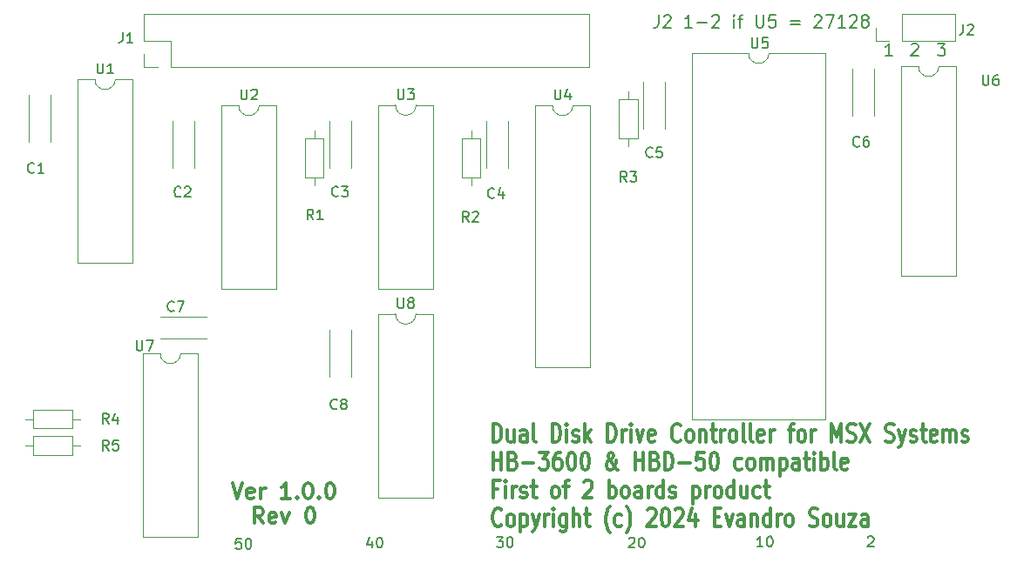
<source format=gbr>
%TF.GenerationSoftware,KiCad,Pcbnew,7.0.9*%
%TF.CreationDate,2024-02-03T08:46:51-03:00*%
%TF.ProjectId,HB3600-Cart,48423336-3030-42d4-9361-72742e6b6963,V1.0*%
%TF.SameCoordinates,Original*%
%TF.FileFunction,Legend,Top*%
%TF.FilePolarity,Positive*%
%FSLAX46Y46*%
G04 Gerber Fmt 4.6, Leading zero omitted, Abs format (unit mm)*
G04 Created by KiCad (PCBNEW 7.0.9) date 2024-02-03 08:46:51*
%MOMM*%
%LPD*%
G01*
G04 APERTURE LIST*
%ADD10C,0.200000*%
%ADD11C,0.150000*%
%ADD12C,0.300000*%
%ADD13C,0.120000*%
G04 APERTURE END LIST*
D10*
X219987606Y-92343342D02*
X220730463Y-92343342D01*
X220730463Y-92343342D02*
X220330463Y-92800485D01*
X220330463Y-92800485D02*
X220501892Y-92800485D01*
X220501892Y-92800485D02*
X220616178Y-92857628D01*
X220616178Y-92857628D02*
X220673320Y-92914771D01*
X220673320Y-92914771D02*
X220730463Y-93029057D01*
X220730463Y-93029057D02*
X220730463Y-93314771D01*
X220730463Y-93314771D02*
X220673320Y-93429057D01*
X220673320Y-93429057D02*
X220616178Y-93486200D01*
X220616178Y-93486200D02*
X220501892Y-93543342D01*
X220501892Y-93543342D02*
X220159035Y-93543342D01*
X220159035Y-93543342D02*
X220044749Y-93486200D01*
X220044749Y-93486200D02*
X219987606Y-93429057D01*
D11*
X165031150Y-140752752D02*
X165031150Y-141419419D01*
X164793055Y-140371800D02*
X164554960Y-141086085D01*
X164554960Y-141086085D02*
X165174007Y-141086085D01*
X165745436Y-140419419D02*
X165840674Y-140419419D01*
X165840674Y-140419419D02*
X165935912Y-140467038D01*
X165935912Y-140467038D02*
X165983531Y-140514657D01*
X165983531Y-140514657D02*
X166031150Y-140609895D01*
X166031150Y-140609895D02*
X166078769Y-140800371D01*
X166078769Y-140800371D02*
X166078769Y-141038466D01*
X166078769Y-141038466D02*
X166031150Y-141228942D01*
X166031150Y-141228942D02*
X165983531Y-141324180D01*
X165983531Y-141324180D02*
X165935912Y-141371800D01*
X165935912Y-141371800D02*
X165840674Y-141419419D01*
X165840674Y-141419419D02*
X165745436Y-141419419D01*
X165745436Y-141419419D02*
X165650198Y-141371800D01*
X165650198Y-141371800D02*
X165602579Y-141324180D01*
X165602579Y-141324180D02*
X165554960Y-141228942D01*
X165554960Y-141228942D02*
X165507341Y-141038466D01*
X165507341Y-141038466D02*
X165507341Y-140800371D01*
X165507341Y-140800371D02*
X165554960Y-140609895D01*
X165554960Y-140609895D02*
X165602579Y-140514657D01*
X165602579Y-140514657D02*
X165650198Y-140467038D01*
X165650198Y-140467038D02*
X165745436Y-140419419D01*
X177156541Y-140368619D02*
X177775588Y-140368619D01*
X177775588Y-140368619D02*
X177442255Y-140749571D01*
X177442255Y-140749571D02*
X177585112Y-140749571D01*
X177585112Y-140749571D02*
X177680350Y-140797190D01*
X177680350Y-140797190D02*
X177727969Y-140844809D01*
X177727969Y-140844809D02*
X177775588Y-140940047D01*
X177775588Y-140940047D02*
X177775588Y-141178142D01*
X177775588Y-141178142D02*
X177727969Y-141273380D01*
X177727969Y-141273380D02*
X177680350Y-141321000D01*
X177680350Y-141321000D02*
X177585112Y-141368619D01*
X177585112Y-141368619D02*
X177299398Y-141368619D01*
X177299398Y-141368619D02*
X177204160Y-141321000D01*
X177204160Y-141321000D02*
X177156541Y-141273380D01*
X178394636Y-140368619D02*
X178489874Y-140368619D01*
X178489874Y-140368619D02*
X178585112Y-140416238D01*
X178585112Y-140416238D02*
X178632731Y-140463857D01*
X178632731Y-140463857D02*
X178680350Y-140559095D01*
X178680350Y-140559095D02*
X178727969Y-140749571D01*
X178727969Y-140749571D02*
X178727969Y-140987666D01*
X178727969Y-140987666D02*
X178680350Y-141178142D01*
X178680350Y-141178142D02*
X178632731Y-141273380D01*
X178632731Y-141273380D02*
X178585112Y-141321000D01*
X178585112Y-141321000D02*
X178489874Y-141368619D01*
X178489874Y-141368619D02*
X178394636Y-141368619D01*
X178394636Y-141368619D02*
X178299398Y-141321000D01*
X178299398Y-141321000D02*
X178251779Y-141273380D01*
X178251779Y-141273380D02*
X178204160Y-141178142D01*
X178204160Y-141178142D02*
X178156541Y-140987666D01*
X178156541Y-140987666D02*
X178156541Y-140749571D01*
X178156541Y-140749571D02*
X178204160Y-140559095D01*
X178204160Y-140559095D02*
X178251779Y-140463857D01*
X178251779Y-140463857D02*
X178299398Y-140416238D01*
X178299398Y-140416238D02*
X178394636Y-140368619D01*
X203023188Y-141317819D02*
X202451760Y-141317819D01*
X202737474Y-141317819D02*
X202737474Y-140317819D01*
X202737474Y-140317819D02*
X202642236Y-140460676D01*
X202642236Y-140460676D02*
X202546998Y-140555914D01*
X202546998Y-140555914D02*
X202451760Y-140603533D01*
X203642236Y-140317819D02*
X203737474Y-140317819D01*
X203737474Y-140317819D02*
X203832712Y-140365438D01*
X203832712Y-140365438D02*
X203880331Y-140413057D01*
X203880331Y-140413057D02*
X203927950Y-140508295D01*
X203927950Y-140508295D02*
X203975569Y-140698771D01*
X203975569Y-140698771D02*
X203975569Y-140936866D01*
X203975569Y-140936866D02*
X203927950Y-141127342D01*
X203927950Y-141127342D02*
X203880331Y-141222580D01*
X203880331Y-141222580D02*
X203832712Y-141270200D01*
X203832712Y-141270200D02*
X203737474Y-141317819D01*
X203737474Y-141317819D02*
X203642236Y-141317819D01*
X203642236Y-141317819D02*
X203546998Y-141270200D01*
X203546998Y-141270200D02*
X203499379Y-141222580D01*
X203499379Y-141222580D02*
X203451760Y-141127342D01*
X203451760Y-141127342D02*
X203404141Y-140936866D01*
X203404141Y-140936866D02*
X203404141Y-140698771D01*
X203404141Y-140698771D02*
X203451760Y-140508295D01*
X203451760Y-140508295D02*
X203499379Y-140413057D01*
X203499379Y-140413057D02*
X203546998Y-140365438D01*
X203546998Y-140365438D02*
X203642236Y-140317819D01*
X152327969Y-140521019D02*
X151851779Y-140521019D01*
X151851779Y-140521019D02*
X151804160Y-140997209D01*
X151804160Y-140997209D02*
X151851779Y-140949590D01*
X151851779Y-140949590D02*
X151947017Y-140901971D01*
X151947017Y-140901971D02*
X152185112Y-140901971D01*
X152185112Y-140901971D02*
X152280350Y-140949590D01*
X152280350Y-140949590D02*
X152327969Y-140997209D01*
X152327969Y-140997209D02*
X152375588Y-141092447D01*
X152375588Y-141092447D02*
X152375588Y-141330542D01*
X152375588Y-141330542D02*
X152327969Y-141425780D01*
X152327969Y-141425780D02*
X152280350Y-141473400D01*
X152280350Y-141473400D02*
X152185112Y-141521019D01*
X152185112Y-141521019D02*
X151947017Y-141521019D01*
X151947017Y-141521019D02*
X151851779Y-141473400D01*
X151851779Y-141473400D02*
X151804160Y-141425780D01*
X152994636Y-140521019D02*
X153089874Y-140521019D01*
X153089874Y-140521019D02*
X153185112Y-140568638D01*
X153185112Y-140568638D02*
X153232731Y-140616257D01*
X153232731Y-140616257D02*
X153280350Y-140711495D01*
X153280350Y-140711495D02*
X153327969Y-140901971D01*
X153327969Y-140901971D02*
X153327969Y-141140066D01*
X153327969Y-141140066D02*
X153280350Y-141330542D01*
X153280350Y-141330542D02*
X153232731Y-141425780D01*
X153232731Y-141425780D02*
X153185112Y-141473400D01*
X153185112Y-141473400D02*
X153089874Y-141521019D01*
X153089874Y-141521019D02*
X152994636Y-141521019D01*
X152994636Y-141521019D02*
X152899398Y-141473400D01*
X152899398Y-141473400D02*
X152851779Y-141425780D01*
X152851779Y-141425780D02*
X152804160Y-141330542D01*
X152804160Y-141330542D02*
X152756541Y-141140066D01*
X152756541Y-141140066D02*
X152756541Y-140901971D01*
X152756541Y-140901971D02*
X152804160Y-140711495D01*
X152804160Y-140711495D02*
X152851779Y-140616257D01*
X152851779Y-140616257D02*
X152899398Y-140568638D01*
X152899398Y-140568638D02*
X152994636Y-140521019D01*
X213221360Y-140413057D02*
X213268979Y-140365438D01*
X213268979Y-140365438D02*
X213364217Y-140317819D01*
X213364217Y-140317819D02*
X213602312Y-140317819D01*
X213602312Y-140317819D02*
X213697550Y-140365438D01*
X213697550Y-140365438D02*
X213745169Y-140413057D01*
X213745169Y-140413057D02*
X213792788Y-140508295D01*
X213792788Y-140508295D02*
X213792788Y-140603533D01*
X213792788Y-140603533D02*
X213745169Y-140746390D01*
X213745169Y-140746390D02*
X213173741Y-141317819D01*
X213173741Y-141317819D02*
X213792788Y-141317819D01*
D10*
X192908685Y-89589192D02*
X192908685Y-90446335D01*
X192908685Y-90446335D02*
X192851542Y-90617764D01*
X192851542Y-90617764D02*
X192737256Y-90732050D01*
X192737256Y-90732050D02*
X192565828Y-90789192D01*
X192565828Y-90789192D02*
X192451542Y-90789192D01*
X193422971Y-89703478D02*
X193480114Y-89646335D01*
X193480114Y-89646335D02*
X193594400Y-89589192D01*
X193594400Y-89589192D02*
X193880114Y-89589192D01*
X193880114Y-89589192D02*
X193994400Y-89646335D01*
X193994400Y-89646335D02*
X194051542Y-89703478D01*
X194051542Y-89703478D02*
X194108685Y-89817764D01*
X194108685Y-89817764D02*
X194108685Y-89932050D01*
X194108685Y-89932050D02*
X194051542Y-90103478D01*
X194051542Y-90103478D02*
X193365828Y-90789192D01*
X193365828Y-90789192D02*
X194108685Y-90789192D01*
X196165828Y-90789192D02*
X195480114Y-90789192D01*
X195822971Y-90789192D02*
X195822971Y-89589192D01*
X195822971Y-89589192D02*
X195708685Y-89760621D01*
X195708685Y-89760621D02*
X195594400Y-89874907D01*
X195594400Y-89874907D02*
X195480114Y-89932050D01*
X196680114Y-90332050D02*
X197594400Y-90332050D01*
X198108685Y-89703478D02*
X198165828Y-89646335D01*
X198165828Y-89646335D02*
X198280114Y-89589192D01*
X198280114Y-89589192D02*
X198565828Y-89589192D01*
X198565828Y-89589192D02*
X198680114Y-89646335D01*
X198680114Y-89646335D02*
X198737256Y-89703478D01*
X198737256Y-89703478D02*
X198794399Y-89817764D01*
X198794399Y-89817764D02*
X198794399Y-89932050D01*
X198794399Y-89932050D02*
X198737256Y-90103478D01*
X198737256Y-90103478D02*
X198051542Y-90789192D01*
X198051542Y-90789192D02*
X198794399Y-90789192D01*
X200222971Y-90789192D02*
X200222971Y-89989192D01*
X200222971Y-89589192D02*
X200165828Y-89646335D01*
X200165828Y-89646335D02*
X200222971Y-89703478D01*
X200222971Y-89703478D02*
X200280114Y-89646335D01*
X200280114Y-89646335D02*
X200222971Y-89589192D01*
X200222971Y-89589192D02*
X200222971Y-89703478D01*
X200622971Y-89989192D02*
X201080114Y-89989192D01*
X200794400Y-90789192D02*
X200794400Y-89760621D01*
X200794400Y-89760621D02*
X200851543Y-89646335D01*
X200851543Y-89646335D02*
X200965828Y-89589192D01*
X200965828Y-89589192D02*
X201080114Y-89589192D01*
X202394400Y-89589192D02*
X202394400Y-90560621D01*
X202394400Y-90560621D02*
X202451543Y-90674907D01*
X202451543Y-90674907D02*
X202508686Y-90732050D01*
X202508686Y-90732050D02*
X202622971Y-90789192D01*
X202622971Y-90789192D02*
X202851543Y-90789192D01*
X202851543Y-90789192D02*
X202965828Y-90732050D01*
X202965828Y-90732050D02*
X203022971Y-90674907D01*
X203022971Y-90674907D02*
X203080114Y-90560621D01*
X203080114Y-90560621D02*
X203080114Y-89589192D01*
X204222971Y-89589192D02*
X203651543Y-89589192D01*
X203651543Y-89589192D02*
X203594400Y-90160621D01*
X203594400Y-90160621D02*
X203651543Y-90103478D01*
X203651543Y-90103478D02*
X203765829Y-90046335D01*
X203765829Y-90046335D02*
X204051543Y-90046335D01*
X204051543Y-90046335D02*
X204165829Y-90103478D01*
X204165829Y-90103478D02*
X204222971Y-90160621D01*
X204222971Y-90160621D02*
X204280114Y-90274907D01*
X204280114Y-90274907D02*
X204280114Y-90560621D01*
X204280114Y-90560621D02*
X204222971Y-90674907D01*
X204222971Y-90674907D02*
X204165829Y-90732050D01*
X204165829Y-90732050D02*
X204051543Y-90789192D01*
X204051543Y-90789192D02*
X203765829Y-90789192D01*
X203765829Y-90789192D02*
X203651543Y-90732050D01*
X203651543Y-90732050D02*
X203594400Y-90674907D01*
X205708686Y-90160621D02*
X206622972Y-90160621D01*
X206622972Y-90503478D02*
X205708686Y-90503478D01*
X208051543Y-89703478D02*
X208108686Y-89646335D01*
X208108686Y-89646335D02*
X208222972Y-89589192D01*
X208222972Y-89589192D02*
X208508686Y-89589192D01*
X208508686Y-89589192D02*
X208622972Y-89646335D01*
X208622972Y-89646335D02*
X208680114Y-89703478D01*
X208680114Y-89703478D02*
X208737257Y-89817764D01*
X208737257Y-89817764D02*
X208737257Y-89932050D01*
X208737257Y-89932050D02*
X208680114Y-90103478D01*
X208680114Y-90103478D02*
X207994400Y-90789192D01*
X207994400Y-90789192D02*
X208737257Y-90789192D01*
X209137257Y-89589192D02*
X209937257Y-89589192D01*
X209937257Y-89589192D02*
X209422971Y-90789192D01*
X211022971Y-90789192D02*
X210337257Y-90789192D01*
X210680114Y-90789192D02*
X210680114Y-89589192D01*
X210680114Y-89589192D02*
X210565828Y-89760621D01*
X210565828Y-89760621D02*
X210451543Y-89874907D01*
X210451543Y-89874907D02*
X210337257Y-89932050D01*
X211480114Y-89703478D02*
X211537257Y-89646335D01*
X211537257Y-89646335D02*
X211651543Y-89589192D01*
X211651543Y-89589192D02*
X211937257Y-89589192D01*
X211937257Y-89589192D02*
X212051543Y-89646335D01*
X212051543Y-89646335D02*
X212108685Y-89703478D01*
X212108685Y-89703478D02*
X212165828Y-89817764D01*
X212165828Y-89817764D02*
X212165828Y-89932050D01*
X212165828Y-89932050D02*
X212108685Y-90103478D01*
X212108685Y-90103478D02*
X211422971Y-90789192D01*
X211422971Y-90789192D02*
X212165828Y-90789192D01*
X212851542Y-90103478D02*
X212737257Y-90046335D01*
X212737257Y-90046335D02*
X212680114Y-89989192D01*
X212680114Y-89989192D02*
X212622971Y-89874907D01*
X212622971Y-89874907D02*
X212622971Y-89817764D01*
X212622971Y-89817764D02*
X212680114Y-89703478D01*
X212680114Y-89703478D02*
X212737257Y-89646335D01*
X212737257Y-89646335D02*
X212851542Y-89589192D01*
X212851542Y-89589192D02*
X213080114Y-89589192D01*
X213080114Y-89589192D02*
X213194400Y-89646335D01*
X213194400Y-89646335D02*
X213251542Y-89703478D01*
X213251542Y-89703478D02*
X213308685Y-89817764D01*
X213308685Y-89817764D02*
X213308685Y-89874907D01*
X213308685Y-89874907D02*
X213251542Y-89989192D01*
X213251542Y-89989192D02*
X213194400Y-90046335D01*
X213194400Y-90046335D02*
X213080114Y-90103478D01*
X213080114Y-90103478D02*
X212851542Y-90103478D01*
X212851542Y-90103478D02*
X212737257Y-90160621D01*
X212737257Y-90160621D02*
X212680114Y-90217764D01*
X212680114Y-90217764D02*
X212622971Y-90332050D01*
X212622971Y-90332050D02*
X212622971Y-90560621D01*
X212622971Y-90560621D02*
X212680114Y-90674907D01*
X212680114Y-90674907D02*
X212737257Y-90732050D01*
X212737257Y-90732050D02*
X212851542Y-90789192D01*
X212851542Y-90789192D02*
X213080114Y-90789192D01*
X213080114Y-90789192D02*
X213194400Y-90732050D01*
X213194400Y-90732050D02*
X213251542Y-90674907D01*
X213251542Y-90674907D02*
X213308685Y-90560621D01*
X213308685Y-90560621D02*
X213308685Y-90332050D01*
X213308685Y-90332050D02*
X213251542Y-90217764D01*
X213251542Y-90217764D02*
X213194400Y-90160621D01*
X213194400Y-90160621D02*
X213080114Y-90103478D01*
D12*
X151483087Y-135100828D02*
X151983087Y-136600828D01*
X151983087Y-136600828D02*
X152483087Y-135100828D01*
X153554515Y-136529400D02*
X153411658Y-136600828D01*
X153411658Y-136600828D02*
X153125944Y-136600828D01*
X153125944Y-136600828D02*
X152983086Y-136529400D01*
X152983086Y-136529400D02*
X152911658Y-136386542D01*
X152911658Y-136386542D02*
X152911658Y-135815114D01*
X152911658Y-135815114D02*
X152983086Y-135672257D01*
X152983086Y-135672257D02*
X153125944Y-135600828D01*
X153125944Y-135600828D02*
X153411658Y-135600828D01*
X153411658Y-135600828D02*
X153554515Y-135672257D01*
X153554515Y-135672257D02*
X153625944Y-135815114D01*
X153625944Y-135815114D02*
X153625944Y-135957971D01*
X153625944Y-135957971D02*
X152911658Y-136100828D01*
X154268800Y-136600828D02*
X154268800Y-135600828D01*
X154268800Y-135886542D02*
X154340229Y-135743685D01*
X154340229Y-135743685D02*
X154411658Y-135672257D01*
X154411658Y-135672257D02*
X154554515Y-135600828D01*
X154554515Y-135600828D02*
X154697372Y-135600828D01*
X157125943Y-136600828D02*
X156268800Y-136600828D01*
X156697371Y-136600828D02*
X156697371Y-135100828D01*
X156697371Y-135100828D02*
X156554514Y-135315114D01*
X156554514Y-135315114D02*
X156411657Y-135457971D01*
X156411657Y-135457971D02*
X156268800Y-135529400D01*
X157768799Y-136457971D02*
X157840228Y-136529400D01*
X157840228Y-136529400D02*
X157768799Y-136600828D01*
X157768799Y-136600828D02*
X157697371Y-136529400D01*
X157697371Y-136529400D02*
X157768799Y-136457971D01*
X157768799Y-136457971D02*
X157768799Y-136600828D01*
X158768800Y-135100828D02*
X158911657Y-135100828D01*
X158911657Y-135100828D02*
X159054514Y-135172257D01*
X159054514Y-135172257D02*
X159125943Y-135243685D01*
X159125943Y-135243685D02*
X159197371Y-135386542D01*
X159197371Y-135386542D02*
X159268800Y-135672257D01*
X159268800Y-135672257D02*
X159268800Y-136029400D01*
X159268800Y-136029400D02*
X159197371Y-136315114D01*
X159197371Y-136315114D02*
X159125943Y-136457971D01*
X159125943Y-136457971D02*
X159054514Y-136529400D01*
X159054514Y-136529400D02*
X158911657Y-136600828D01*
X158911657Y-136600828D02*
X158768800Y-136600828D01*
X158768800Y-136600828D02*
X158625943Y-136529400D01*
X158625943Y-136529400D02*
X158554514Y-136457971D01*
X158554514Y-136457971D02*
X158483085Y-136315114D01*
X158483085Y-136315114D02*
X158411657Y-136029400D01*
X158411657Y-136029400D02*
X158411657Y-135672257D01*
X158411657Y-135672257D02*
X158483085Y-135386542D01*
X158483085Y-135386542D02*
X158554514Y-135243685D01*
X158554514Y-135243685D02*
X158625943Y-135172257D01*
X158625943Y-135172257D02*
X158768800Y-135100828D01*
X159911656Y-136457971D02*
X159983085Y-136529400D01*
X159983085Y-136529400D02*
X159911656Y-136600828D01*
X159911656Y-136600828D02*
X159840228Y-136529400D01*
X159840228Y-136529400D02*
X159911656Y-136457971D01*
X159911656Y-136457971D02*
X159911656Y-136600828D01*
X160911657Y-135100828D02*
X161054514Y-135100828D01*
X161054514Y-135100828D02*
X161197371Y-135172257D01*
X161197371Y-135172257D02*
X161268800Y-135243685D01*
X161268800Y-135243685D02*
X161340228Y-135386542D01*
X161340228Y-135386542D02*
X161411657Y-135672257D01*
X161411657Y-135672257D02*
X161411657Y-136029400D01*
X161411657Y-136029400D02*
X161340228Y-136315114D01*
X161340228Y-136315114D02*
X161268800Y-136457971D01*
X161268800Y-136457971D02*
X161197371Y-136529400D01*
X161197371Y-136529400D02*
X161054514Y-136600828D01*
X161054514Y-136600828D02*
X160911657Y-136600828D01*
X160911657Y-136600828D02*
X160768800Y-136529400D01*
X160768800Y-136529400D02*
X160697371Y-136457971D01*
X160697371Y-136457971D02*
X160625942Y-136315114D01*
X160625942Y-136315114D02*
X160554514Y-136029400D01*
X160554514Y-136029400D02*
X160554514Y-135672257D01*
X160554514Y-135672257D02*
X160625942Y-135386542D01*
X160625942Y-135386542D02*
X160697371Y-135243685D01*
X160697371Y-135243685D02*
X160768800Y-135172257D01*
X160768800Y-135172257D02*
X160911657Y-135100828D01*
X154483086Y-139015828D02*
X153983086Y-138301542D01*
X153625943Y-139015828D02*
X153625943Y-137515828D01*
X153625943Y-137515828D02*
X154197372Y-137515828D01*
X154197372Y-137515828D02*
X154340229Y-137587257D01*
X154340229Y-137587257D02*
X154411658Y-137658685D01*
X154411658Y-137658685D02*
X154483086Y-137801542D01*
X154483086Y-137801542D02*
X154483086Y-138015828D01*
X154483086Y-138015828D02*
X154411658Y-138158685D01*
X154411658Y-138158685D02*
X154340229Y-138230114D01*
X154340229Y-138230114D02*
X154197372Y-138301542D01*
X154197372Y-138301542D02*
X153625943Y-138301542D01*
X155697372Y-138944400D02*
X155554515Y-139015828D01*
X155554515Y-139015828D02*
X155268801Y-139015828D01*
X155268801Y-139015828D02*
X155125943Y-138944400D01*
X155125943Y-138944400D02*
X155054515Y-138801542D01*
X155054515Y-138801542D02*
X155054515Y-138230114D01*
X155054515Y-138230114D02*
X155125943Y-138087257D01*
X155125943Y-138087257D02*
X155268801Y-138015828D01*
X155268801Y-138015828D02*
X155554515Y-138015828D01*
X155554515Y-138015828D02*
X155697372Y-138087257D01*
X155697372Y-138087257D02*
X155768801Y-138230114D01*
X155768801Y-138230114D02*
X155768801Y-138372971D01*
X155768801Y-138372971D02*
X155054515Y-138515828D01*
X156268800Y-138015828D02*
X156625943Y-139015828D01*
X156625943Y-139015828D02*
X156983086Y-138015828D01*
X158983086Y-137515828D02*
X159125943Y-137515828D01*
X159125943Y-137515828D02*
X159268800Y-137587257D01*
X159268800Y-137587257D02*
X159340229Y-137658685D01*
X159340229Y-137658685D02*
X159411657Y-137801542D01*
X159411657Y-137801542D02*
X159483086Y-138087257D01*
X159483086Y-138087257D02*
X159483086Y-138444400D01*
X159483086Y-138444400D02*
X159411657Y-138730114D01*
X159411657Y-138730114D02*
X159340229Y-138872971D01*
X159340229Y-138872971D02*
X159268800Y-138944400D01*
X159268800Y-138944400D02*
X159125943Y-139015828D01*
X159125943Y-139015828D02*
X158983086Y-139015828D01*
X158983086Y-139015828D02*
X158840229Y-138944400D01*
X158840229Y-138944400D02*
X158768800Y-138872971D01*
X158768800Y-138872971D02*
X158697371Y-138730114D01*
X158697371Y-138730114D02*
X158625943Y-138444400D01*
X158625943Y-138444400D02*
X158625943Y-138087257D01*
X158625943Y-138087257D02*
X158697371Y-137801542D01*
X158697371Y-137801542D02*
X158768800Y-137658685D01*
X158768800Y-137658685D02*
X158840229Y-137587257D01*
X158840229Y-137587257D02*
X158983086Y-137515828D01*
X176829751Y-131096603D02*
X176829751Y-129396603D01*
X176829751Y-129396603D02*
X177163084Y-129396603D01*
X177163084Y-129396603D02*
X177363084Y-129477555D01*
X177363084Y-129477555D02*
X177496418Y-129639460D01*
X177496418Y-129639460D02*
X177563084Y-129801365D01*
X177563084Y-129801365D02*
X177629751Y-130125174D01*
X177629751Y-130125174D02*
X177629751Y-130368031D01*
X177629751Y-130368031D02*
X177563084Y-130691841D01*
X177563084Y-130691841D02*
X177496418Y-130853746D01*
X177496418Y-130853746D02*
X177363084Y-131015651D01*
X177363084Y-131015651D02*
X177163084Y-131096603D01*
X177163084Y-131096603D02*
X176829751Y-131096603D01*
X178829751Y-129963270D02*
X178829751Y-131096603D01*
X178229751Y-129963270D02*
X178229751Y-130853746D01*
X178229751Y-130853746D02*
X178296418Y-131015651D01*
X178296418Y-131015651D02*
X178429751Y-131096603D01*
X178429751Y-131096603D02*
X178629751Y-131096603D01*
X178629751Y-131096603D02*
X178763084Y-131015651D01*
X178763084Y-131015651D02*
X178829751Y-130934698D01*
X180096418Y-131096603D02*
X180096418Y-130206127D01*
X180096418Y-130206127D02*
X180029751Y-130044222D01*
X180029751Y-130044222D02*
X179896418Y-129963270D01*
X179896418Y-129963270D02*
X179629751Y-129963270D01*
X179629751Y-129963270D02*
X179496418Y-130044222D01*
X180096418Y-131015651D02*
X179963085Y-131096603D01*
X179963085Y-131096603D02*
X179629751Y-131096603D01*
X179629751Y-131096603D02*
X179496418Y-131015651D01*
X179496418Y-131015651D02*
X179429751Y-130853746D01*
X179429751Y-130853746D02*
X179429751Y-130691841D01*
X179429751Y-130691841D02*
X179496418Y-130529936D01*
X179496418Y-130529936D02*
X179629751Y-130448984D01*
X179629751Y-130448984D02*
X179963085Y-130448984D01*
X179963085Y-130448984D02*
X180096418Y-130368031D01*
X180963085Y-131096603D02*
X180829752Y-131015651D01*
X180829752Y-131015651D02*
X180763085Y-130853746D01*
X180763085Y-130853746D02*
X180763085Y-129396603D01*
X182563085Y-131096603D02*
X182563085Y-129396603D01*
X182563085Y-129396603D02*
X182896418Y-129396603D01*
X182896418Y-129396603D02*
X183096418Y-129477555D01*
X183096418Y-129477555D02*
X183229752Y-129639460D01*
X183229752Y-129639460D02*
X183296418Y-129801365D01*
X183296418Y-129801365D02*
X183363085Y-130125174D01*
X183363085Y-130125174D02*
X183363085Y-130368031D01*
X183363085Y-130368031D02*
X183296418Y-130691841D01*
X183296418Y-130691841D02*
X183229752Y-130853746D01*
X183229752Y-130853746D02*
X183096418Y-131015651D01*
X183096418Y-131015651D02*
X182896418Y-131096603D01*
X182896418Y-131096603D02*
X182563085Y-131096603D01*
X183963085Y-131096603D02*
X183963085Y-129963270D01*
X183963085Y-129396603D02*
X183896418Y-129477555D01*
X183896418Y-129477555D02*
X183963085Y-129558508D01*
X183963085Y-129558508D02*
X184029752Y-129477555D01*
X184029752Y-129477555D02*
X183963085Y-129396603D01*
X183963085Y-129396603D02*
X183963085Y-129558508D01*
X184563085Y-131015651D02*
X184696419Y-131096603D01*
X184696419Y-131096603D02*
X184963085Y-131096603D01*
X184963085Y-131096603D02*
X185096419Y-131015651D01*
X185096419Y-131015651D02*
X185163085Y-130853746D01*
X185163085Y-130853746D02*
X185163085Y-130772793D01*
X185163085Y-130772793D02*
X185096419Y-130610889D01*
X185096419Y-130610889D02*
X184963085Y-130529936D01*
X184963085Y-130529936D02*
X184763085Y-130529936D01*
X184763085Y-130529936D02*
X184629752Y-130448984D01*
X184629752Y-130448984D02*
X184563085Y-130287079D01*
X184563085Y-130287079D02*
X184563085Y-130206127D01*
X184563085Y-130206127D02*
X184629752Y-130044222D01*
X184629752Y-130044222D02*
X184763085Y-129963270D01*
X184763085Y-129963270D02*
X184963085Y-129963270D01*
X184963085Y-129963270D02*
X185096419Y-130044222D01*
X185763085Y-131096603D02*
X185763085Y-129396603D01*
X185896418Y-130448984D02*
X186296418Y-131096603D01*
X186296418Y-129963270D02*
X185763085Y-130610889D01*
X187963085Y-131096603D02*
X187963085Y-129396603D01*
X187963085Y-129396603D02*
X188296418Y-129396603D01*
X188296418Y-129396603D02*
X188496418Y-129477555D01*
X188496418Y-129477555D02*
X188629752Y-129639460D01*
X188629752Y-129639460D02*
X188696418Y-129801365D01*
X188696418Y-129801365D02*
X188763085Y-130125174D01*
X188763085Y-130125174D02*
X188763085Y-130368031D01*
X188763085Y-130368031D02*
X188696418Y-130691841D01*
X188696418Y-130691841D02*
X188629752Y-130853746D01*
X188629752Y-130853746D02*
X188496418Y-131015651D01*
X188496418Y-131015651D02*
X188296418Y-131096603D01*
X188296418Y-131096603D02*
X187963085Y-131096603D01*
X189363085Y-131096603D02*
X189363085Y-129963270D01*
X189363085Y-130287079D02*
X189429752Y-130125174D01*
X189429752Y-130125174D02*
X189496418Y-130044222D01*
X189496418Y-130044222D02*
X189629752Y-129963270D01*
X189629752Y-129963270D02*
X189763085Y-129963270D01*
X190229752Y-131096603D02*
X190229752Y-129963270D01*
X190229752Y-129396603D02*
X190163085Y-129477555D01*
X190163085Y-129477555D02*
X190229752Y-129558508D01*
X190229752Y-129558508D02*
X190296419Y-129477555D01*
X190296419Y-129477555D02*
X190229752Y-129396603D01*
X190229752Y-129396603D02*
X190229752Y-129558508D01*
X190763086Y-129963270D02*
X191096419Y-131096603D01*
X191096419Y-131096603D02*
X191429752Y-129963270D01*
X192496419Y-131015651D02*
X192363086Y-131096603D01*
X192363086Y-131096603D02*
X192096419Y-131096603D01*
X192096419Y-131096603D02*
X191963086Y-131015651D01*
X191963086Y-131015651D02*
X191896419Y-130853746D01*
X191896419Y-130853746D02*
X191896419Y-130206127D01*
X191896419Y-130206127D02*
X191963086Y-130044222D01*
X191963086Y-130044222D02*
X192096419Y-129963270D01*
X192096419Y-129963270D02*
X192363086Y-129963270D01*
X192363086Y-129963270D02*
X192496419Y-130044222D01*
X192496419Y-130044222D02*
X192563086Y-130206127D01*
X192563086Y-130206127D02*
X192563086Y-130368031D01*
X192563086Y-130368031D02*
X191896419Y-130529936D01*
X195029753Y-130934698D02*
X194963086Y-131015651D01*
X194963086Y-131015651D02*
X194763086Y-131096603D01*
X194763086Y-131096603D02*
X194629753Y-131096603D01*
X194629753Y-131096603D02*
X194429753Y-131015651D01*
X194429753Y-131015651D02*
X194296420Y-130853746D01*
X194296420Y-130853746D02*
X194229753Y-130691841D01*
X194229753Y-130691841D02*
X194163086Y-130368031D01*
X194163086Y-130368031D02*
X194163086Y-130125174D01*
X194163086Y-130125174D02*
X194229753Y-129801365D01*
X194229753Y-129801365D02*
X194296420Y-129639460D01*
X194296420Y-129639460D02*
X194429753Y-129477555D01*
X194429753Y-129477555D02*
X194629753Y-129396603D01*
X194629753Y-129396603D02*
X194763086Y-129396603D01*
X194763086Y-129396603D02*
X194963086Y-129477555D01*
X194963086Y-129477555D02*
X195029753Y-129558508D01*
X195829753Y-131096603D02*
X195696420Y-131015651D01*
X195696420Y-131015651D02*
X195629753Y-130934698D01*
X195629753Y-130934698D02*
X195563086Y-130772793D01*
X195563086Y-130772793D02*
X195563086Y-130287079D01*
X195563086Y-130287079D02*
X195629753Y-130125174D01*
X195629753Y-130125174D02*
X195696420Y-130044222D01*
X195696420Y-130044222D02*
X195829753Y-129963270D01*
X195829753Y-129963270D02*
X196029753Y-129963270D01*
X196029753Y-129963270D02*
X196163086Y-130044222D01*
X196163086Y-130044222D02*
X196229753Y-130125174D01*
X196229753Y-130125174D02*
X196296420Y-130287079D01*
X196296420Y-130287079D02*
X196296420Y-130772793D01*
X196296420Y-130772793D02*
X196229753Y-130934698D01*
X196229753Y-130934698D02*
X196163086Y-131015651D01*
X196163086Y-131015651D02*
X196029753Y-131096603D01*
X196029753Y-131096603D02*
X195829753Y-131096603D01*
X196896420Y-129963270D02*
X196896420Y-131096603D01*
X196896420Y-130125174D02*
X196963087Y-130044222D01*
X196963087Y-130044222D02*
X197096420Y-129963270D01*
X197096420Y-129963270D02*
X197296420Y-129963270D01*
X197296420Y-129963270D02*
X197429753Y-130044222D01*
X197429753Y-130044222D02*
X197496420Y-130206127D01*
X197496420Y-130206127D02*
X197496420Y-131096603D01*
X197963087Y-129963270D02*
X198496420Y-129963270D01*
X198163087Y-129396603D02*
X198163087Y-130853746D01*
X198163087Y-130853746D02*
X198229754Y-131015651D01*
X198229754Y-131015651D02*
X198363087Y-131096603D01*
X198363087Y-131096603D02*
X198496420Y-131096603D01*
X198963087Y-131096603D02*
X198963087Y-129963270D01*
X198963087Y-130287079D02*
X199029754Y-130125174D01*
X199029754Y-130125174D02*
X199096420Y-130044222D01*
X199096420Y-130044222D02*
X199229754Y-129963270D01*
X199229754Y-129963270D02*
X199363087Y-129963270D01*
X200029754Y-131096603D02*
X199896421Y-131015651D01*
X199896421Y-131015651D02*
X199829754Y-130934698D01*
X199829754Y-130934698D02*
X199763087Y-130772793D01*
X199763087Y-130772793D02*
X199763087Y-130287079D01*
X199763087Y-130287079D02*
X199829754Y-130125174D01*
X199829754Y-130125174D02*
X199896421Y-130044222D01*
X199896421Y-130044222D02*
X200029754Y-129963270D01*
X200029754Y-129963270D02*
X200229754Y-129963270D01*
X200229754Y-129963270D02*
X200363087Y-130044222D01*
X200363087Y-130044222D02*
X200429754Y-130125174D01*
X200429754Y-130125174D02*
X200496421Y-130287079D01*
X200496421Y-130287079D02*
X200496421Y-130772793D01*
X200496421Y-130772793D02*
X200429754Y-130934698D01*
X200429754Y-130934698D02*
X200363087Y-131015651D01*
X200363087Y-131015651D02*
X200229754Y-131096603D01*
X200229754Y-131096603D02*
X200029754Y-131096603D01*
X201296421Y-131096603D02*
X201163088Y-131015651D01*
X201163088Y-131015651D02*
X201096421Y-130853746D01*
X201096421Y-130853746D02*
X201096421Y-129396603D01*
X202029754Y-131096603D02*
X201896421Y-131015651D01*
X201896421Y-131015651D02*
X201829754Y-130853746D01*
X201829754Y-130853746D02*
X201829754Y-129396603D01*
X203096420Y-131015651D02*
X202963087Y-131096603D01*
X202963087Y-131096603D02*
X202696420Y-131096603D01*
X202696420Y-131096603D02*
X202563087Y-131015651D01*
X202563087Y-131015651D02*
X202496420Y-130853746D01*
X202496420Y-130853746D02*
X202496420Y-130206127D01*
X202496420Y-130206127D02*
X202563087Y-130044222D01*
X202563087Y-130044222D02*
X202696420Y-129963270D01*
X202696420Y-129963270D02*
X202963087Y-129963270D01*
X202963087Y-129963270D02*
X203096420Y-130044222D01*
X203096420Y-130044222D02*
X203163087Y-130206127D01*
X203163087Y-130206127D02*
X203163087Y-130368031D01*
X203163087Y-130368031D02*
X202496420Y-130529936D01*
X203763087Y-131096603D02*
X203763087Y-129963270D01*
X203763087Y-130287079D02*
X203829754Y-130125174D01*
X203829754Y-130125174D02*
X203896420Y-130044222D01*
X203896420Y-130044222D02*
X204029754Y-129963270D01*
X204029754Y-129963270D02*
X204163087Y-129963270D01*
X205496421Y-129963270D02*
X206029754Y-129963270D01*
X205696421Y-131096603D02*
X205696421Y-129639460D01*
X205696421Y-129639460D02*
X205763088Y-129477555D01*
X205763088Y-129477555D02*
X205896421Y-129396603D01*
X205896421Y-129396603D02*
X206029754Y-129396603D01*
X206696421Y-131096603D02*
X206563088Y-131015651D01*
X206563088Y-131015651D02*
X206496421Y-130934698D01*
X206496421Y-130934698D02*
X206429754Y-130772793D01*
X206429754Y-130772793D02*
X206429754Y-130287079D01*
X206429754Y-130287079D02*
X206496421Y-130125174D01*
X206496421Y-130125174D02*
X206563088Y-130044222D01*
X206563088Y-130044222D02*
X206696421Y-129963270D01*
X206696421Y-129963270D02*
X206896421Y-129963270D01*
X206896421Y-129963270D02*
X207029754Y-130044222D01*
X207029754Y-130044222D02*
X207096421Y-130125174D01*
X207096421Y-130125174D02*
X207163088Y-130287079D01*
X207163088Y-130287079D02*
X207163088Y-130772793D01*
X207163088Y-130772793D02*
X207096421Y-130934698D01*
X207096421Y-130934698D02*
X207029754Y-131015651D01*
X207029754Y-131015651D02*
X206896421Y-131096603D01*
X206896421Y-131096603D02*
X206696421Y-131096603D01*
X207763088Y-131096603D02*
X207763088Y-129963270D01*
X207763088Y-130287079D02*
X207829755Y-130125174D01*
X207829755Y-130125174D02*
X207896421Y-130044222D01*
X207896421Y-130044222D02*
X208029755Y-129963270D01*
X208029755Y-129963270D02*
X208163088Y-129963270D01*
X209696422Y-131096603D02*
X209696422Y-129396603D01*
X209696422Y-129396603D02*
X210163089Y-130610889D01*
X210163089Y-130610889D02*
X210629755Y-129396603D01*
X210629755Y-129396603D02*
X210629755Y-131096603D01*
X211229755Y-131015651D02*
X211429755Y-131096603D01*
X211429755Y-131096603D02*
X211763089Y-131096603D01*
X211763089Y-131096603D02*
X211896422Y-131015651D01*
X211896422Y-131015651D02*
X211963089Y-130934698D01*
X211963089Y-130934698D02*
X212029755Y-130772793D01*
X212029755Y-130772793D02*
X212029755Y-130610889D01*
X212029755Y-130610889D02*
X211963089Y-130448984D01*
X211963089Y-130448984D02*
X211896422Y-130368031D01*
X211896422Y-130368031D02*
X211763089Y-130287079D01*
X211763089Y-130287079D02*
X211496422Y-130206127D01*
X211496422Y-130206127D02*
X211363089Y-130125174D01*
X211363089Y-130125174D02*
X211296422Y-130044222D01*
X211296422Y-130044222D02*
X211229755Y-129882317D01*
X211229755Y-129882317D02*
X211229755Y-129720412D01*
X211229755Y-129720412D02*
X211296422Y-129558508D01*
X211296422Y-129558508D02*
X211363089Y-129477555D01*
X211363089Y-129477555D02*
X211496422Y-129396603D01*
X211496422Y-129396603D02*
X211829755Y-129396603D01*
X211829755Y-129396603D02*
X212029755Y-129477555D01*
X212496422Y-129396603D02*
X213429755Y-131096603D01*
X213429755Y-129396603D02*
X212496422Y-131096603D01*
X214963088Y-131015651D02*
X215163088Y-131096603D01*
X215163088Y-131096603D02*
X215496422Y-131096603D01*
X215496422Y-131096603D02*
X215629755Y-131015651D01*
X215629755Y-131015651D02*
X215696422Y-130934698D01*
X215696422Y-130934698D02*
X215763088Y-130772793D01*
X215763088Y-130772793D02*
X215763088Y-130610889D01*
X215763088Y-130610889D02*
X215696422Y-130448984D01*
X215696422Y-130448984D02*
X215629755Y-130368031D01*
X215629755Y-130368031D02*
X215496422Y-130287079D01*
X215496422Y-130287079D02*
X215229755Y-130206127D01*
X215229755Y-130206127D02*
X215096422Y-130125174D01*
X215096422Y-130125174D02*
X215029755Y-130044222D01*
X215029755Y-130044222D02*
X214963088Y-129882317D01*
X214963088Y-129882317D02*
X214963088Y-129720412D01*
X214963088Y-129720412D02*
X215029755Y-129558508D01*
X215029755Y-129558508D02*
X215096422Y-129477555D01*
X215096422Y-129477555D02*
X215229755Y-129396603D01*
X215229755Y-129396603D02*
X215563088Y-129396603D01*
X215563088Y-129396603D02*
X215763088Y-129477555D01*
X216229755Y-129963270D02*
X216563088Y-131096603D01*
X216896421Y-129963270D02*
X216563088Y-131096603D01*
X216563088Y-131096603D02*
X216429755Y-131501365D01*
X216429755Y-131501365D02*
X216363088Y-131582317D01*
X216363088Y-131582317D02*
X216229755Y-131663270D01*
X217363088Y-131015651D02*
X217496422Y-131096603D01*
X217496422Y-131096603D02*
X217763088Y-131096603D01*
X217763088Y-131096603D02*
X217896422Y-131015651D01*
X217896422Y-131015651D02*
X217963088Y-130853746D01*
X217963088Y-130853746D02*
X217963088Y-130772793D01*
X217963088Y-130772793D02*
X217896422Y-130610889D01*
X217896422Y-130610889D02*
X217763088Y-130529936D01*
X217763088Y-130529936D02*
X217563088Y-130529936D01*
X217563088Y-130529936D02*
X217429755Y-130448984D01*
X217429755Y-130448984D02*
X217363088Y-130287079D01*
X217363088Y-130287079D02*
X217363088Y-130206127D01*
X217363088Y-130206127D02*
X217429755Y-130044222D01*
X217429755Y-130044222D02*
X217563088Y-129963270D01*
X217563088Y-129963270D02*
X217763088Y-129963270D01*
X217763088Y-129963270D02*
X217896422Y-130044222D01*
X218363088Y-129963270D02*
X218896421Y-129963270D01*
X218563088Y-129396603D02*
X218563088Y-130853746D01*
X218563088Y-130853746D02*
X218629755Y-131015651D01*
X218629755Y-131015651D02*
X218763088Y-131096603D01*
X218763088Y-131096603D02*
X218896421Y-131096603D01*
X219896421Y-131015651D02*
X219763088Y-131096603D01*
X219763088Y-131096603D02*
X219496421Y-131096603D01*
X219496421Y-131096603D02*
X219363088Y-131015651D01*
X219363088Y-131015651D02*
X219296421Y-130853746D01*
X219296421Y-130853746D02*
X219296421Y-130206127D01*
X219296421Y-130206127D02*
X219363088Y-130044222D01*
X219363088Y-130044222D02*
X219496421Y-129963270D01*
X219496421Y-129963270D02*
X219763088Y-129963270D01*
X219763088Y-129963270D02*
X219896421Y-130044222D01*
X219896421Y-130044222D02*
X219963088Y-130206127D01*
X219963088Y-130206127D02*
X219963088Y-130368031D01*
X219963088Y-130368031D02*
X219296421Y-130529936D01*
X220563088Y-131096603D02*
X220563088Y-129963270D01*
X220563088Y-130125174D02*
X220629755Y-130044222D01*
X220629755Y-130044222D02*
X220763088Y-129963270D01*
X220763088Y-129963270D02*
X220963088Y-129963270D01*
X220963088Y-129963270D02*
X221096421Y-130044222D01*
X221096421Y-130044222D02*
X221163088Y-130206127D01*
X221163088Y-130206127D02*
X221163088Y-131096603D01*
X221163088Y-130206127D02*
X221229755Y-130044222D01*
X221229755Y-130044222D02*
X221363088Y-129963270D01*
X221363088Y-129963270D02*
X221563088Y-129963270D01*
X221563088Y-129963270D02*
X221696421Y-130044222D01*
X221696421Y-130044222D02*
X221763088Y-130206127D01*
X221763088Y-130206127D02*
X221763088Y-131096603D01*
X222363088Y-131015651D02*
X222496422Y-131096603D01*
X222496422Y-131096603D02*
X222763088Y-131096603D01*
X222763088Y-131096603D02*
X222896422Y-131015651D01*
X222896422Y-131015651D02*
X222963088Y-130853746D01*
X222963088Y-130853746D02*
X222963088Y-130772793D01*
X222963088Y-130772793D02*
X222896422Y-130610889D01*
X222896422Y-130610889D02*
X222763088Y-130529936D01*
X222763088Y-130529936D02*
X222563088Y-130529936D01*
X222563088Y-130529936D02*
X222429755Y-130448984D01*
X222429755Y-130448984D02*
X222363088Y-130287079D01*
X222363088Y-130287079D02*
X222363088Y-130206127D01*
X222363088Y-130206127D02*
X222429755Y-130044222D01*
X222429755Y-130044222D02*
X222563088Y-129963270D01*
X222563088Y-129963270D02*
X222763088Y-129963270D01*
X222763088Y-129963270D02*
X222896422Y-130044222D01*
X176829751Y-133833603D02*
X176829751Y-132133603D01*
X176829751Y-132943127D02*
X177629751Y-132943127D01*
X177629751Y-133833603D02*
X177629751Y-132133603D01*
X178763085Y-132943127D02*
X178963085Y-133024079D01*
X178963085Y-133024079D02*
X179029751Y-133105031D01*
X179029751Y-133105031D02*
X179096418Y-133266936D01*
X179096418Y-133266936D02*
X179096418Y-133509793D01*
X179096418Y-133509793D02*
X179029751Y-133671698D01*
X179029751Y-133671698D02*
X178963085Y-133752651D01*
X178963085Y-133752651D02*
X178829751Y-133833603D01*
X178829751Y-133833603D02*
X178296418Y-133833603D01*
X178296418Y-133833603D02*
X178296418Y-132133603D01*
X178296418Y-132133603D02*
X178763085Y-132133603D01*
X178763085Y-132133603D02*
X178896418Y-132214555D01*
X178896418Y-132214555D02*
X178963085Y-132295508D01*
X178963085Y-132295508D02*
X179029751Y-132457412D01*
X179029751Y-132457412D02*
X179029751Y-132619317D01*
X179029751Y-132619317D02*
X178963085Y-132781222D01*
X178963085Y-132781222D02*
X178896418Y-132862174D01*
X178896418Y-132862174D02*
X178763085Y-132943127D01*
X178763085Y-132943127D02*
X178296418Y-132943127D01*
X179696418Y-133185984D02*
X180763085Y-133185984D01*
X181296418Y-132133603D02*
X182163084Y-132133603D01*
X182163084Y-132133603D02*
X181696418Y-132781222D01*
X181696418Y-132781222D02*
X181896418Y-132781222D01*
X181896418Y-132781222D02*
X182029751Y-132862174D01*
X182029751Y-132862174D02*
X182096418Y-132943127D01*
X182096418Y-132943127D02*
X182163084Y-133105031D01*
X182163084Y-133105031D02*
X182163084Y-133509793D01*
X182163084Y-133509793D02*
X182096418Y-133671698D01*
X182096418Y-133671698D02*
X182029751Y-133752651D01*
X182029751Y-133752651D02*
X181896418Y-133833603D01*
X181896418Y-133833603D02*
X181496418Y-133833603D01*
X181496418Y-133833603D02*
X181363084Y-133752651D01*
X181363084Y-133752651D02*
X181296418Y-133671698D01*
X183363084Y-132133603D02*
X183096417Y-132133603D01*
X183096417Y-132133603D02*
X182963084Y-132214555D01*
X182963084Y-132214555D02*
X182896417Y-132295508D01*
X182896417Y-132295508D02*
X182763084Y-132538365D01*
X182763084Y-132538365D02*
X182696417Y-132862174D01*
X182696417Y-132862174D02*
X182696417Y-133509793D01*
X182696417Y-133509793D02*
X182763084Y-133671698D01*
X182763084Y-133671698D02*
X182829751Y-133752651D01*
X182829751Y-133752651D02*
X182963084Y-133833603D01*
X182963084Y-133833603D02*
X183229751Y-133833603D01*
X183229751Y-133833603D02*
X183363084Y-133752651D01*
X183363084Y-133752651D02*
X183429751Y-133671698D01*
X183429751Y-133671698D02*
X183496417Y-133509793D01*
X183496417Y-133509793D02*
X183496417Y-133105031D01*
X183496417Y-133105031D02*
X183429751Y-132943127D01*
X183429751Y-132943127D02*
X183363084Y-132862174D01*
X183363084Y-132862174D02*
X183229751Y-132781222D01*
X183229751Y-132781222D02*
X182963084Y-132781222D01*
X182963084Y-132781222D02*
X182829751Y-132862174D01*
X182829751Y-132862174D02*
X182763084Y-132943127D01*
X182763084Y-132943127D02*
X182696417Y-133105031D01*
X184363084Y-132133603D02*
X184496417Y-132133603D01*
X184496417Y-132133603D02*
X184629750Y-132214555D01*
X184629750Y-132214555D02*
X184696417Y-132295508D01*
X184696417Y-132295508D02*
X184763084Y-132457412D01*
X184763084Y-132457412D02*
X184829750Y-132781222D01*
X184829750Y-132781222D02*
X184829750Y-133185984D01*
X184829750Y-133185984D02*
X184763084Y-133509793D01*
X184763084Y-133509793D02*
X184696417Y-133671698D01*
X184696417Y-133671698D02*
X184629750Y-133752651D01*
X184629750Y-133752651D02*
X184496417Y-133833603D01*
X184496417Y-133833603D02*
X184363084Y-133833603D01*
X184363084Y-133833603D02*
X184229750Y-133752651D01*
X184229750Y-133752651D02*
X184163084Y-133671698D01*
X184163084Y-133671698D02*
X184096417Y-133509793D01*
X184096417Y-133509793D02*
X184029750Y-133185984D01*
X184029750Y-133185984D02*
X184029750Y-132781222D01*
X184029750Y-132781222D02*
X184096417Y-132457412D01*
X184096417Y-132457412D02*
X184163084Y-132295508D01*
X184163084Y-132295508D02*
X184229750Y-132214555D01*
X184229750Y-132214555D02*
X184363084Y-132133603D01*
X185696417Y-132133603D02*
X185829750Y-132133603D01*
X185829750Y-132133603D02*
X185963083Y-132214555D01*
X185963083Y-132214555D02*
X186029750Y-132295508D01*
X186029750Y-132295508D02*
X186096417Y-132457412D01*
X186096417Y-132457412D02*
X186163083Y-132781222D01*
X186163083Y-132781222D02*
X186163083Y-133185984D01*
X186163083Y-133185984D02*
X186096417Y-133509793D01*
X186096417Y-133509793D02*
X186029750Y-133671698D01*
X186029750Y-133671698D02*
X185963083Y-133752651D01*
X185963083Y-133752651D02*
X185829750Y-133833603D01*
X185829750Y-133833603D02*
X185696417Y-133833603D01*
X185696417Y-133833603D02*
X185563083Y-133752651D01*
X185563083Y-133752651D02*
X185496417Y-133671698D01*
X185496417Y-133671698D02*
X185429750Y-133509793D01*
X185429750Y-133509793D02*
X185363083Y-133185984D01*
X185363083Y-133185984D02*
X185363083Y-132781222D01*
X185363083Y-132781222D02*
X185429750Y-132457412D01*
X185429750Y-132457412D02*
X185496417Y-132295508D01*
X185496417Y-132295508D02*
X185563083Y-132214555D01*
X185563083Y-132214555D02*
X185696417Y-132133603D01*
X188963083Y-133833603D02*
X188896417Y-133833603D01*
X188896417Y-133833603D02*
X188763083Y-133752651D01*
X188763083Y-133752651D02*
X188563083Y-133509793D01*
X188563083Y-133509793D02*
X188229750Y-133024079D01*
X188229750Y-133024079D02*
X188096417Y-132781222D01*
X188096417Y-132781222D02*
X188029750Y-132538365D01*
X188029750Y-132538365D02*
X188029750Y-132376460D01*
X188029750Y-132376460D02*
X188096417Y-132214555D01*
X188096417Y-132214555D02*
X188229750Y-132133603D01*
X188229750Y-132133603D02*
X188296417Y-132133603D01*
X188296417Y-132133603D02*
X188429750Y-132214555D01*
X188429750Y-132214555D02*
X188496417Y-132376460D01*
X188496417Y-132376460D02*
X188496417Y-132457412D01*
X188496417Y-132457412D02*
X188429750Y-132619317D01*
X188429750Y-132619317D02*
X188363083Y-132700270D01*
X188363083Y-132700270D02*
X187963083Y-133024079D01*
X187963083Y-133024079D02*
X187896417Y-133105031D01*
X187896417Y-133105031D02*
X187829750Y-133266936D01*
X187829750Y-133266936D02*
X187829750Y-133509793D01*
X187829750Y-133509793D02*
X187896417Y-133671698D01*
X187896417Y-133671698D02*
X187963083Y-133752651D01*
X187963083Y-133752651D02*
X188096417Y-133833603D01*
X188096417Y-133833603D02*
X188296417Y-133833603D01*
X188296417Y-133833603D02*
X188429750Y-133752651D01*
X188429750Y-133752651D02*
X188496417Y-133671698D01*
X188496417Y-133671698D02*
X188696417Y-133347889D01*
X188696417Y-133347889D02*
X188763083Y-133105031D01*
X188763083Y-133105031D02*
X188763083Y-132943127D01*
X190629750Y-133833603D02*
X190629750Y-132133603D01*
X190629750Y-132943127D02*
X191429750Y-132943127D01*
X191429750Y-133833603D02*
X191429750Y-132133603D01*
X192563084Y-132943127D02*
X192763084Y-133024079D01*
X192763084Y-133024079D02*
X192829750Y-133105031D01*
X192829750Y-133105031D02*
X192896417Y-133266936D01*
X192896417Y-133266936D02*
X192896417Y-133509793D01*
X192896417Y-133509793D02*
X192829750Y-133671698D01*
X192829750Y-133671698D02*
X192763084Y-133752651D01*
X192763084Y-133752651D02*
X192629750Y-133833603D01*
X192629750Y-133833603D02*
X192096417Y-133833603D01*
X192096417Y-133833603D02*
X192096417Y-132133603D01*
X192096417Y-132133603D02*
X192563084Y-132133603D01*
X192563084Y-132133603D02*
X192696417Y-132214555D01*
X192696417Y-132214555D02*
X192763084Y-132295508D01*
X192763084Y-132295508D02*
X192829750Y-132457412D01*
X192829750Y-132457412D02*
X192829750Y-132619317D01*
X192829750Y-132619317D02*
X192763084Y-132781222D01*
X192763084Y-132781222D02*
X192696417Y-132862174D01*
X192696417Y-132862174D02*
X192563084Y-132943127D01*
X192563084Y-132943127D02*
X192096417Y-132943127D01*
X193496417Y-133833603D02*
X193496417Y-132133603D01*
X193496417Y-132133603D02*
X193829750Y-132133603D01*
X193829750Y-132133603D02*
X194029750Y-132214555D01*
X194029750Y-132214555D02*
X194163084Y-132376460D01*
X194163084Y-132376460D02*
X194229750Y-132538365D01*
X194229750Y-132538365D02*
X194296417Y-132862174D01*
X194296417Y-132862174D02*
X194296417Y-133105031D01*
X194296417Y-133105031D02*
X194229750Y-133428841D01*
X194229750Y-133428841D02*
X194163084Y-133590746D01*
X194163084Y-133590746D02*
X194029750Y-133752651D01*
X194029750Y-133752651D02*
X193829750Y-133833603D01*
X193829750Y-133833603D02*
X193496417Y-133833603D01*
X194896417Y-133185984D02*
X195963084Y-133185984D01*
X197296417Y-132133603D02*
X196629750Y-132133603D01*
X196629750Y-132133603D02*
X196563083Y-132943127D01*
X196563083Y-132943127D02*
X196629750Y-132862174D01*
X196629750Y-132862174D02*
X196763083Y-132781222D01*
X196763083Y-132781222D02*
X197096417Y-132781222D01*
X197096417Y-132781222D02*
X197229750Y-132862174D01*
X197229750Y-132862174D02*
X197296417Y-132943127D01*
X197296417Y-132943127D02*
X197363083Y-133105031D01*
X197363083Y-133105031D02*
X197363083Y-133509793D01*
X197363083Y-133509793D02*
X197296417Y-133671698D01*
X197296417Y-133671698D02*
X197229750Y-133752651D01*
X197229750Y-133752651D02*
X197096417Y-133833603D01*
X197096417Y-133833603D02*
X196763083Y-133833603D01*
X196763083Y-133833603D02*
X196629750Y-133752651D01*
X196629750Y-133752651D02*
X196563083Y-133671698D01*
X198229750Y-132133603D02*
X198363083Y-132133603D01*
X198363083Y-132133603D02*
X198496416Y-132214555D01*
X198496416Y-132214555D02*
X198563083Y-132295508D01*
X198563083Y-132295508D02*
X198629750Y-132457412D01*
X198629750Y-132457412D02*
X198696416Y-132781222D01*
X198696416Y-132781222D02*
X198696416Y-133185984D01*
X198696416Y-133185984D02*
X198629750Y-133509793D01*
X198629750Y-133509793D02*
X198563083Y-133671698D01*
X198563083Y-133671698D02*
X198496416Y-133752651D01*
X198496416Y-133752651D02*
X198363083Y-133833603D01*
X198363083Y-133833603D02*
X198229750Y-133833603D01*
X198229750Y-133833603D02*
X198096416Y-133752651D01*
X198096416Y-133752651D02*
X198029750Y-133671698D01*
X198029750Y-133671698D02*
X197963083Y-133509793D01*
X197963083Y-133509793D02*
X197896416Y-133185984D01*
X197896416Y-133185984D02*
X197896416Y-132781222D01*
X197896416Y-132781222D02*
X197963083Y-132457412D01*
X197963083Y-132457412D02*
X198029750Y-132295508D01*
X198029750Y-132295508D02*
X198096416Y-132214555D01*
X198096416Y-132214555D02*
X198229750Y-132133603D01*
X200963083Y-133752651D02*
X200829750Y-133833603D01*
X200829750Y-133833603D02*
X200563083Y-133833603D01*
X200563083Y-133833603D02*
X200429750Y-133752651D01*
X200429750Y-133752651D02*
X200363083Y-133671698D01*
X200363083Y-133671698D02*
X200296416Y-133509793D01*
X200296416Y-133509793D02*
X200296416Y-133024079D01*
X200296416Y-133024079D02*
X200363083Y-132862174D01*
X200363083Y-132862174D02*
X200429750Y-132781222D01*
X200429750Y-132781222D02*
X200563083Y-132700270D01*
X200563083Y-132700270D02*
X200829750Y-132700270D01*
X200829750Y-132700270D02*
X200963083Y-132781222D01*
X201763083Y-133833603D02*
X201629750Y-133752651D01*
X201629750Y-133752651D02*
X201563083Y-133671698D01*
X201563083Y-133671698D02*
X201496416Y-133509793D01*
X201496416Y-133509793D02*
X201496416Y-133024079D01*
X201496416Y-133024079D02*
X201563083Y-132862174D01*
X201563083Y-132862174D02*
X201629750Y-132781222D01*
X201629750Y-132781222D02*
X201763083Y-132700270D01*
X201763083Y-132700270D02*
X201963083Y-132700270D01*
X201963083Y-132700270D02*
X202096416Y-132781222D01*
X202096416Y-132781222D02*
X202163083Y-132862174D01*
X202163083Y-132862174D02*
X202229750Y-133024079D01*
X202229750Y-133024079D02*
X202229750Y-133509793D01*
X202229750Y-133509793D02*
X202163083Y-133671698D01*
X202163083Y-133671698D02*
X202096416Y-133752651D01*
X202096416Y-133752651D02*
X201963083Y-133833603D01*
X201963083Y-133833603D02*
X201763083Y-133833603D01*
X202829750Y-133833603D02*
X202829750Y-132700270D01*
X202829750Y-132862174D02*
X202896417Y-132781222D01*
X202896417Y-132781222D02*
X203029750Y-132700270D01*
X203029750Y-132700270D02*
X203229750Y-132700270D01*
X203229750Y-132700270D02*
X203363083Y-132781222D01*
X203363083Y-132781222D02*
X203429750Y-132943127D01*
X203429750Y-132943127D02*
X203429750Y-133833603D01*
X203429750Y-132943127D02*
X203496417Y-132781222D01*
X203496417Y-132781222D02*
X203629750Y-132700270D01*
X203629750Y-132700270D02*
X203829750Y-132700270D01*
X203829750Y-132700270D02*
X203963083Y-132781222D01*
X203963083Y-132781222D02*
X204029750Y-132943127D01*
X204029750Y-132943127D02*
X204029750Y-133833603D01*
X204696417Y-132700270D02*
X204696417Y-134400270D01*
X204696417Y-132781222D02*
X204829750Y-132700270D01*
X204829750Y-132700270D02*
X205096417Y-132700270D01*
X205096417Y-132700270D02*
X205229750Y-132781222D01*
X205229750Y-132781222D02*
X205296417Y-132862174D01*
X205296417Y-132862174D02*
X205363084Y-133024079D01*
X205363084Y-133024079D02*
X205363084Y-133509793D01*
X205363084Y-133509793D02*
X205296417Y-133671698D01*
X205296417Y-133671698D02*
X205229750Y-133752651D01*
X205229750Y-133752651D02*
X205096417Y-133833603D01*
X205096417Y-133833603D02*
X204829750Y-133833603D01*
X204829750Y-133833603D02*
X204696417Y-133752651D01*
X206563084Y-133833603D02*
X206563084Y-132943127D01*
X206563084Y-132943127D02*
X206496417Y-132781222D01*
X206496417Y-132781222D02*
X206363084Y-132700270D01*
X206363084Y-132700270D02*
X206096417Y-132700270D01*
X206096417Y-132700270D02*
X205963084Y-132781222D01*
X206563084Y-133752651D02*
X206429751Y-133833603D01*
X206429751Y-133833603D02*
X206096417Y-133833603D01*
X206096417Y-133833603D02*
X205963084Y-133752651D01*
X205963084Y-133752651D02*
X205896417Y-133590746D01*
X205896417Y-133590746D02*
X205896417Y-133428841D01*
X205896417Y-133428841D02*
X205963084Y-133266936D01*
X205963084Y-133266936D02*
X206096417Y-133185984D01*
X206096417Y-133185984D02*
X206429751Y-133185984D01*
X206429751Y-133185984D02*
X206563084Y-133105031D01*
X207029751Y-132700270D02*
X207563084Y-132700270D01*
X207229751Y-132133603D02*
X207229751Y-133590746D01*
X207229751Y-133590746D02*
X207296418Y-133752651D01*
X207296418Y-133752651D02*
X207429751Y-133833603D01*
X207429751Y-133833603D02*
X207563084Y-133833603D01*
X208029751Y-133833603D02*
X208029751Y-132700270D01*
X208029751Y-132133603D02*
X207963084Y-132214555D01*
X207963084Y-132214555D02*
X208029751Y-132295508D01*
X208029751Y-132295508D02*
X208096418Y-132214555D01*
X208096418Y-132214555D02*
X208029751Y-132133603D01*
X208029751Y-132133603D02*
X208029751Y-132295508D01*
X208696418Y-133833603D02*
X208696418Y-132133603D01*
X208696418Y-132781222D02*
X208829751Y-132700270D01*
X208829751Y-132700270D02*
X209096418Y-132700270D01*
X209096418Y-132700270D02*
X209229751Y-132781222D01*
X209229751Y-132781222D02*
X209296418Y-132862174D01*
X209296418Y-132862174D02*
X209363085Y-133024079D01*
X209363085Y-133024079D02*
X209363085Y-133509793D01*
X209363085Y-133509793D02*
X209296418Y-133671698D01*
X209296418Y-133671698D02*
X209229751Y-133752651D01*
X209229751Y-133752651D02*
X209096418Y-133833603D01*
X209096418Y-133833603D02*
X208829751Y-133833603D01*
X208829751Y-133833603D02*
X208696418Y-133752651D01*
X210163085Y-133833603D02*
X210029752Y-133752651D01*
X210029752Y-133752651D02*
X209963085Y-133590746D01*
X209963085Y-133590746D02*
X209963085Y-132133603D01*
X211229751Y-133752651D02*
X211096418Y-133833603D01*
X211096418Y-133833603D02*
X210829751Y-133833603D01*
X210829751Y-133833603D02*
X210696418Y-133752651D01*
X210696418Y-133752651D02*
X210629751Y-133590746D01*
X210629751Y-133590746D02*
X210629751Y-132943127D01*
X210629751Y-132943127D02*
X210696418Y-132781222D01*
X210696418Y-132781222D02*
X210829751Y-132700270D01*
X210829751Y-132700270D02*
X211096418Y-132700270D01*
X211096418Y-132700270D02*
X211229751Y-132781222D01*
X211229751Y-132781222D02*
X211296418Y-132943127D01*
X211296418Y-132943127D02*
X211296418Y-133105031D01*
X211296418Y-133105031D02*
X210629751Y-133266936D01*
X177296418Y-135680127D02*
X176829751Y-135680127D01*
X176829751Y-136570603D02*
X176829751Y-134870603D01*
X176829751Y-134870603D02*
X177496418Y-134870603D01*
X178029751Y-136570603D02*
X178029751Y-135437270D01*
X178029751Y-134870603D02*
X177963084Y-134951555D01*
X177963084Y-134951555D02*
X178029751Y-135032508D01*
X178029751Y-135032508D02*
X178096418Y-134951555D01*
X178096418Y-134951555D02*
X178029751Y-134870603D01*
X178029751Y-134870603D02*
X178029751Y-135032508D01*
X178696418Y-136570603D02*
X178696418Y-135437270D01*
X178696418Y-135761079D02*
X178763085Y-135599174D01*
X178763085Y-135599174D02*
X178829751Y-135518222D01*
X178829751Y-135518222D02*
X178963085Y-135437270D01*
X178963085Y-135437270D02*
X179096418Y-135437270D01*
X179496418Y-136489651D02*
X179629752Y-136570603D01*
X179629752Y-136570603D02*
X179896418Y-136570603D01*
X179896418Y-136570603D02*
X180029752Y-136489651D01*
X180029752Y-136489651D02*
X180096418Y-136327746D01*
X180096418Y-136327746D02*
X180096418Y-136246793D01*
X180096418Y-136246793D02*
X180029752Y-136084889D01*
X180029752Y-136084889D02*
X179896418Y-136003936D01*
X179896418Y-136003936D02*
X179696418Y-136003936D01*
X179696418Y-136003936D02*
X179563085Y-135922984D01*
X179563085Y-135922984D02*
X179496418Y-135761079D01*
X179496418Y-135761079D02*
X179496418Y-135680127D01*
X179496418Y-135680127D02*
X179563085Y-135518222D01*
X179563085Y-135518222D02*
X179696418Y-135437270D01*
X179696418Y-135437270D02*
X179896418Y-135437270D01*
X179896418Y-135437270D02*
X180029752Y-135518222D01*
X180496418Y-135437270D02*
X181029751Y-135437270D01*
X180696418Y-134870603D02*
X180696418Y-136327746D01*
X180696418Y-136327746D02*
X180763085Y-136489651D01*
X180763085Y-136489651D02*
X180896418Y-136570603D01*
X180896418Y-136570603D02*
X181029751Y-136570603D01*
X182763085Y-136570603D02*
X182629752Y-136489651D01*
X182629752Y-136489651D02*
X182563085Y-136408698D01*
X182563085Y-136408698D02*
X182496418Y-136246793D01*
X182496418Y-136246793D02*
X182496418Y-135761079D01*
X182496418Y-135761079D02*
X182563085Y-135599174D01*
X182563085Y-135599174D02*
X182629752Y-135518222D01*
X182629752Y-135518222D02*
X182763085Y-135437270D01*
X182763085Y-135437270D02*
X182963085Y-135437270D01*
X182963085Y-135437270D02*
X183096418Y-135518222D01*
X183096418Y-135518222D02*
X183163085Y-135599174D01*
X183163085Y-135599174D02*
X183229752Y-135761079D01*
X183229752Y-135761079D02*
X183229752Y-136246793D01*
X183229752Y-136246793D02*
X183163085Y-136408698D01*
X183163085Y-136408698D02*
X183096418Y-136489651D01*
X183096418Y-136489651D02*
X182963085Y-136570603D01*
X182963085Y-136570603D02*
X182763085Y-136570603D01*
X183629752Y-135437270D02*
X184163085Y-135437270D01*
X183829752Y-136570603D02*
X183829752Y-135113460D01*
X183829752Y-135113460D02*
X183896419Y-134951555D01*
X183896419Y-134951555D02*
X184029752Y-134870603D01*
X184029752Y-134870603D02*
X184163085Y-134870603D01*
X185629752Y-135032508D02*
X185696419Y-134951555D01*
X185696419Y-134951555D02*
X185829752Y-134870603D01*
X185829752Y-134870603D02*
X186163086Y-134870603D01*
X186163086Y-134870603D02*
X186296419Y-134951555D01*
X186296419Y-134951555D02*
X186363086Y-135032508D01*
X186363086Y-135032508D02*
X186429752Y-135194412D01*
X186429752Y-135194412D02*
X186429752Y-135356317D01*
X186429752Y-135356317D02*
X186363086Y-135599174D01*
X186363086Y-135599174D02*
X185563086Y-136570603D01*
X185563086Y-136570603D02*
X186429752Y-136570603D01*
X188096419Y-136570603D02*
X188096419Y-134870603D01*
X188096419Y-135518222D02*
X188229752Y-135437270D01*
X188229752Y-135437270D02*
X188496419Y-135437270D01*
X188496419Y-135437270D02*
X188629752Y-135518222D01*
X188629752Y-135518222D02*
X188696419Y-135599174D01*
X188696419Y-135599174D02*
X188763086Y-135761079D01*
X188763086Y-135761079D02*
X188763086Y-136246793D01*
X188763086Y-136246793D02*
X188696419Y-136408698D01*
X188696419Y-136408698D02*
X188629752Y-136489651D01*
X188629752Y-136489651D02*
X188496419Y-136570603D01*
X188496419Y-136570603D02*
X188229752Y-136570603D01*
X188229752Y-136570603D02*
X188096419Y-136489651D01*
X189563086Y-136570603D02*
X189429753Y-136489651D01*
X189429753Y-136489651D02*
X189363086Y-136408698D01*
X189363086Y-136408698D02*
X189296419Y-136246793D01*
X189296419Y-136246793D02*
X189296419Y-135761079D01*
X189296419Y-135761079D02*
X189363086Y-135599174D01*
X189363086Y-135599174D02*
X189429753Y-135518222D01*
X189429753Y-135518222D02*
X189563086Y-135437270D01*
X189563086Y-135437270D02*
X189763086Y-135437270D01*
X189763086Y-135437270D02*
X189896419Y-135518222D01*
X189896419Y-135518222D02*
X189963086Y-135599174D01*
X189963086Y-135599174D02*
X190029753Y-135761079D01*
X190029753Y-135761079D02*
X190029753Y-136246793D01*
X190029753Y-136246793D02*
X189963086Y-136408698D01*
X189963086Y-136408698D02*
X189896419Y-136489651D01*
X189896419Y-136489651D02*
X189763086Y-136570603D01*
X189763086Y-136570603D02*
X189563086Y-136570603D01*
X191229753Y-136570603D02*
X191229753Y-135680127D01*
X191229753Y-135680127D02*
X191163086Y-135518222D01*
X191163086Y-135518222D02*
X191029753Y-135437270D01*
X191029753Y-135437270D02*
X190763086Y-135437270D01*
X190763086Y-135437270D02*
X190629753Y-135518222D01*
X191229753Y-136489651D02*
X191096420Y-136570603D01*
X191096420Y-136570603D02*
X190763086Y-136570603D01*
X190763086Y-136570603D02*
X190629753Y-136489651D01*
X190629753Y-136489651D02*
X190563086Y-136327746D01*
X190563086Y-136327746D02*
X190563086Y-136165841D01*
X190563086Y-136165841D02*
X190629753Y-136003936D01*
X190629753Y-136003936D02*
X190763086Y-135922984D01*
X190763086Y-135922984D02*
X191096420Y-135922984D01*
X191096420Y-135922984D02*
X191229753Y-135842031D01*
X191896420Y-136570603D02*
X191896420Y-135437270D01*
X191896420Y-135761079D02*
X191963087Y-135599174D01*
X191963087Y-135599174D02*
X192029753Y-135518222D01*
X192029753Y-135518222D02*
X192163087Y-135437270D01*
X192163087Y-135437270D02*
X192296420Y-135437270D01*
X193363087Y-136570603D02*
X193363087Y-134870603D01*
X193363087Y-136489651D02*
X193229754Y-136570603D01*
X193229754Y-136570603D02*
X192963087Y-136570603D01*
X192963087Y-136570603D02*
X192829754Y-136489651D01*
X192829754Y-136489651D02*
X192763087Y-136408698D01*
X192763087Y-136408698D02*
X192696420Y-136246793D01*
X192696420Y-136246793D02*
X192696420Y-135761079D01*
X192696420Y-135761079D02*
X192763087Y-135599174D01*
X192763087Y-135599174D02*
X192829754Y-135518222D01*
X192829754Y-135518222D02*
X192963087Y-135437270D01*
X192963087Y-135437270D02*
X193229754Y-135437270D01*
X193229754Y-135437270D02*
X193363087Y-135518222D01*
X193963087Y-136489651D02*
X194096421Y-136570603D01*
X194096421Y-136570603D02*
X194363087Y-136570603D01*
X194363087Y-136570603D02*
X194496421Y-136489651D01*
X194496421Y-136489651D02*
X194563087Y-136327746D01*
X194563087Y-136327746D02*
X194563087Y-136246793D01*
X194563087Y-136246793D02*
X194496421Y-136084889D01*
X194496421Y-136084889D02*
X194363087Y-136003936D01*
X194363087Y-136003936D02*
X194163087Y-136003936D01*
X194163087Y-136003936D02*
X194029754Y-135922984D01*
X194029754Y-135922984D02*
X193963087Y-135761079D01*
X193963087Y-135761079D02*
X193963087Y-135680127D01*
X193963087Y-135680127D02*
X194029754Y-135518222D01*
X194029754Y-135518222D02*
X194163087Y-135437270D01*
X194163087Y-135437270D02*
X194363087Y-135437270D01*
X194363087Y-135437270D02*
X194496421Y-135518222D01*
X196229754Y-135437270D02*
X196229754Y-137137270D01*
X196229754Y-135518222D02*
X196363087Y-135437270D01*
X196363087Y-135437270D02*
X196629754Y-135437270D01*
X196629754Y-135437270D02*
X196763087Y-135518222D01*
X196763087Y-135518222D02*
X196829754Y-135599174D01*
X196829754Y-135599174D02*
X196896421Y-135761079D01*
X196896421Y-135761079D02*
X196896421Y-136246793D01*
X196896421Y-136246793D02*
X196829754Y-136408698D01*
X196829754Y-136408698D02*
X196763087Y-136489651D01*
X196763087Y-136489651D02*
X196629754Y-136570603D01*
X196629754Y-136570603D02*
X196363087Y-136570603D01*
X196363087Y-136570603D02*
X196229754Y-136489651D01*
X197496421Y-136570603D02*
X197496421Y-135437270D01*
X197496421Y-135761079D02*
X197563088Y-135599174D01*
X197563088Y-135599174D02*
X197629754Y-135518222D01*
X197629754Y-135518222D02*
X197763088Y-135437270D01*
X197763088Y-135437270D02*
X197896421Y-135437270D01*
X198563088Y-136570603D02*
X198429755Y-136489651D01*
X198429755Y-136489651D02*
X198363088Y-136408698D01*
X198363088Y-136408698D02*
X198296421Y-136246793D01*
X198296421Y-136246793D02*
X198296421Y-135761079D01*
X198296421Y-135761079D02*
X198363088Y-135599174D01*
X198363088Y-135599174D02*
X198429755Y-135518222D01*
X198429755Y-135518222D02*
X198563088Y-135437270D01*
X198563088Y-135437270D02*
X198763088Y-135437270D01*
X198763088Y-135437270D02*
X198896421Y-135518222D01*
X198896421Y-135518222D02*
X198963088Y-135599174D01*
X198963088Y-135599174D02*
X199029755Y-135761079D01*
X199029755Y-135761079D02*
X199029755Y-136246793D01*
X199029755Y-136246793D02*
X198963088Y-136408698D01*
X198963088Y-136408698D02*
X198896421Y-136489651D01*
X198896421Y-136489651D02*
X198763088Y-136570603D01*
X198763088Y-136570603D02*
X198563088Y-136570603D01*
X200229755Y-136570603D02*
X200229755Y-134870603D01*
X200229755Y-136489651D02*
X200096422Y-136570603D01*
X200096422Y-136570603D02*
X199829755Y-136570603D01*
X199829755Y-136570603D02*
X199696422Y-136489651D01*
X199696422Y-136489651D02*
X199629755Y-136408698D01*
X199629755Y-136408698D02*
X199563088Y-136246793D01*
X199563088Y-136246793D02*
X199563088Y-135761079D01*
X199563088Y-135761079D02*
X199629755Y-135599174D01*
X199629755Y-135599174D02*
X199696422Y-135518222D01*
X199696422Y-135518222D02*
X199829755Y-135437270D01*
X199829755Y-135437270D02*
X200096422Y-135437270D01*
X200096422Y-135437270D02*
X200229755Y-135518222D01*
X201496422Y-135437270D02*
X201496422Y-136570603D01*
X200896422Y-135437270D02*
X200896422Y-136327746D01*
X200896422Y-136327746D02*
X200963089Y-136489651D01*
X200963089Y-136489651D02*
X201096422Y-136570603D01*
X201096422Y-136570603D02*
X201296422Y-136570603D01*
X201296422Y-136570603D02*
X201429755Y-136489651D01*
X201429755Y-136489651D02*
X201496422Y-136408698D01*
X202763089Y-136489651D02*
X202629756Y-136570603D01*
X202629756Y-136570603D02*
X202363089Y-136570603D01*
X202363089Y-136570603D02*
X202229756Y-136489651D01*
X202229756Y-136489651D02*
X202163089Y-136408698D01*
X202163089Y-136408698D02*
X202096422Y-136246793D01*
X202096422Y-136246793D02*
X202096422Y-135761079D01*
X202096422Y-135761079D02*
X202163089Y-135599174D01*
X202163089Y-135599174D02*
X202229756Y-135518222D01*
X202229756Y-135518222D02*
X202363089Y-135437270D01*
X202363089Y-135437270D02*
X202629756Y-135437270D01*
X202629756Y-135437270D02*
X202763089Y-135518222D01*
X203163089Y-135437270D02*
X203696422Y-135437270D01*
X203363089Y-134870603D02*
X203363089Y-136327746D01*
X203363089Y-136327746D02*
X203429756Y-136489651D01*
X203429756Y-136489651D02*
X203563089Y-136570603D01*
X203563089Y-136570603D02*
X203696422Y-136570603D01*
X177629751Y-139145698D02*
X177563084Y-139226651D01*
X177563084Y-139226651D02*
X177363084Y-139307603D01*
X177363084Y-139307603D02*
X177229751Y-139307603D01*
X177229751Y-139307603D02*
X177029751Y-139226651D01*
X177029751Y-139226651D02*
X176896418Y-139064746D01*
X176896418Y-139064746D02*
X176829751Y-138902841D01*
X176829751Y-138902841D02*
X176763084Y-138579031D01*
X176763084Y-138579031D02*
X176763084Y-138336174D01*
X176763084Y-138336174D02*
X176829751Y-138012365D01*
X176829751Y-138012365D02*
X176896418Y-137850460D01*
X176896418Y-137850460D02*
X177029751Y-137688555D01*
X177029751Y-137688555D02*
X177229751Y-137607603D01*
X177229751Y-137607603D02*
X177363084Y-137607603D01*
X177363084Y-137607603D02*
X177563084Y-137688555D01*
X177563084Y-137688555D02*
X177629751Y-137769508D01*
X178429751Y-139307603D02*
X178296418Y-139226651D01*
X178296418Y-139226651D02*
X178229751Y-139145698D01*
X178229751Y-139145698D02*
X178163084Y-138983793D01*
X178163084Y-138983793D02*
X178163084Y-138498079D01*
X178163084Y-138498079D02*
X178229751Y-138336174D01*
X178229751Y-138336174D02*
X178296418Y-138255222D01*
X178296418Y-138255222D02*
X178429751Y-138174270D01*
X178429751Y-138174270D02*
X178629751Y-138174270D01*
X178629751Y-138174270D02*
X178763084Y-138255222D01*
X178763084Y-138255222D02*
X178829751Y-138336174D01*
X178829751Y-138336174D02*
X178896418Y-138498079D01*
X178896418Y-138498079D02*
X178896418Y-138983793D01*
X178896418Y-138983793D02*
X178829751Y-139145698D01*
X178829751Y-139145698D02*
X178763084Y-139226651D01*
X178763084Y-139226651D02*
X178629751Y-139307603D01*
X178629751Y-139307603D02*
X178429751Y-139307603D01*
X179496418Y-138174270D02*
X179496418Y-139874270D01*
X179496418Y-138255222D02*
X179629751Y-138174270D01*
X179629751Y-138174270D02*
X179896418Y-138174270D01*
X179896418Y-138174270D02*
X180029751Y-138255222D01*
X180029751Y-138255222D02*
X180096418Y-138336174D01*
X180096418Y-138336174D02*
X180163085Y-138498079D01*
X180163085Y-138498079D02*
X180163085Y-138983793D01*
X180163085Y-138983793D02*
X180096418Y-139145698D01*
X180096418Y-139145698D02*
X180029751Y-139226651D01*
X180029751Y-139226651D02*
X179896418Y-139307603D01*
X179896418Y-139307603D02*
X179629751Y-139307603D01*
X179629751Y-139307603D02*
X179496418Y-139226651D01*
X180629752Y-138174270D02*
X180963085Y-139307603D01*
X181296418Y-138174270D02*
X180963085Y-139307603D01*
X180963085Y-139307603D02*
X180829752Y-139712365D01*
X180829752Y-139712365D02*
X180763085Y-139793317D01*
X180763085Y-139793317D02*
X180629752Y-139874270D01*
X181829752Y-139307603D02*
X181829752Y-138174270D01*
X181829752Y-138498079D02*
X181896419Y-138336174D01*
X181896419Y-138336174D02*
X181963085Y-138255222D01*
X181963085Y-138255222D02*
X182096419Y-138174270D01*
X182096419Y-138174270D02*
X182229752Y-138174270D01*
X182696419Y-139307603D02*
X182696419Y-138174270D01*
X182696419Y-137607603D02*
X182629752Y-137688555D01*
X182629752Y-137688555D02*
X182696419Y-137769508D01*
X182696419Y-137769508D02*
X182763086Y-137688555D01*
X182763086Y-137688555D02*
X182696419Y-137607603D01*
X182696419Y-137607603D02*
X182696419Y-137769508D01*
X183963086Y-138174270D02*
X183963086Y-139550460D01*
X183963086Y-139550460D02*
X183896419Y-139712365D01*
X183896419Y-139712365D02*
X183829753Y-139793317D01*
X183829753Y-139793317D02*
X183696419Y-139874270D01*
X183696419Y-139874270D02*
X183496419Y-139874270D01*
X183496419Y-139874270D02*
X183363086Y-139793317D01*
X183963086Y-139226651D02*
X183829753Y-139307603D01*
X183829753Y-139307603D02*
X183563086Y-139307603D01*
X183563086Y-139307603D02*
X183429753Y-139226651D01*
X183429753Y-139226651D02*
X183363086Y-139145698D01*
X183363086Y-139145698D02*
X183296419Y-138983793D01*
X183296419Y-138983793D02*
X183296419Y-138498079D01*
X183296419Y-138498079D02*
X183363086Y-138336174D01*
X183363086Y-138336174D02*
X183429753Y-138255222D01*
X183429753Y-138255222D02*
X183563086Y-138174270D01*
X183563086Y-138174270D02*
X183829753Y-138174270D01*
X183829753Y-138174270D02*
X183963086Y-138255222D01*
X184629753Y-139307603D02*
X184629753Y-137607603D01*
X185229753Y-139307603D02*
X185229753Y-138417127D01*
X185229753Y-138417127D02*
X185163086Y-138255222D01*
X185163086Y-138255222D02*
X185029753Y-138174270D01*
X185029753Y-138174270D02*
X184829753Y-138174270D01*
X184829753Y-138174270D02*
X184696420Y-138255222D01*
X184696420Y-138255222D02*
X184629753Y-138336174D01*
X185696420Y-138174270D02*
X186229753Y-138174270D01*
X185896420Y-137607603D02*
X185896420Y-139064746D01*
X185896420Y-139064746D02*
X185963087Y-139226651D01*
X185963087Y-139226651D02*
X186096420Y-139307603D01*
X186096420Y-139307603D02*
X186229753Y-139307603D01*
X188163087Y-139955222D02*
X188096420Y-139874270D01*
X188096420Y-139874270D02*
X187963087Y-139631412D01*
X187963087Y-139631412D02*
X187896420Y-139469508D01*
X187896420Y-139469508D02*
X187829754Y-139226651D01*
X187829754Y-139226651D02*
X187763087Y-138821889D01*
X187763087Y-138821889D02*
X187763087Y-138498079D01*
X187763087Y-138498079D02*
X187829754Y-138093317D01*
X187829754Y-138093317D02*
X187896420Y-137850460D01*
X187896420Y-137850460D02*
X187963087Y-137688555D01*
X187963087Y-137688555D02*
X188096420Y-137445698D01*
X188096420Y-137445698D02*
X188163087Y-137364746D01*
X189296420Y-139226651D02*
X189163087Y-139307603D01*
X189163087Y-139307603D02*
X188896420Y-139307603D01*
X188896420Y-139307603D02*
X188763087Y-139226651D01*
X188763087Y-139226651D02*
X188696420Y-139145698D01*
X188696420Y-139145698D02*
X188629753Y-138983793D01*
X188629753Y-138983793D02*
X188629753Y-138498079D01*
X188629753Y-138498079D02*
X188696420Y-138336174D01*
X188696420Y-138336174D02*
X188763087Y-138255222D01*
X188763087Y-138255222D02*
X188896420Y-138174270D01*
X188896420Y-138174270D02*
X189163087Y-138174270D01*
X189163087Y-138174270D02*
X189296420Y-138255222D01*
X189763087Y-139955222D02*
X189829753Y-139874270D01*
X189829753Y-139874270D02*
X189963087Y-139631412D01*
X189963087Y-139631412D02*
X190029753Y-139469508D01*
X190029753Y-139469508D02*
X190096420Y-139226651D01*
X190096420Y-139226651D02*
X190163087Y-138821889D01*
X190163087Y-138821889D02*
X190163087Y-138498079D01*
X190163087Y-138498079D02*
X190096420Y-138093317D01*
X190096420Y-138093317D02*
X190029753Y-137850460D01*
X190029753Y-137850460D02*
X189963087Y-137688555D01*
X189963087Y-137688555D02*
X189829753Y-137445698D01*
X189829753Y-137445698D02*
X189763087Y-137364746D01*
X191829753Y-137769508D02*
X191896420Y-137688555D01*
X191896420Y-137688555D02*
X192029753Y-137607603D01*
X192029753Y-137607603D02*
X192363087Y-137607603D01*
X192363087Y-137607603D02*
X192496420Y-137688555D01*
X192496420Y-137688555D02*
X192563087Y-137769508D01*
X192563087Y-137769508D02*
X192629753Y-137931412D01*
X192629753Y-137931412D02*
X192629753Y-138093317D01*
X192629753Y-138093317D02*
X192563087Y-138336174D01*
X192563087Y-138336174D02*
X191763087Y-139307603D01*
X191763087Y-139307603D02*
X192629753Y-139307603D01*
X193496420Y-137607603D02*
X193629753Y-137607603D01*
X193629753Y-137607603D02*
X193763086Y-137688555D01*
X193763086Y-137688555D02*
X193829753Y-137769508D01*
X193829753Y-137769508D02*
X193896420Y-137931412D01*
X193896420Y-137931412D02*
X193963086Y-138255222D01*
X193963086Y-138255222D02*
X193963086Y-138659984D01*
X193963086Y-138659984D02*
X193896420Y-138983793D01*
X193896420Y-138983793D02*
X193829753Y-139145698D01*
X193829753Y-139145698D02*
X193763086Y-139226651D01*
X193763086Y-139226651D02*
X193629753Y-139307603D01*
X193629753Y-139307603D02*
X193496420Y-139307603D01*
X193496420Y-139307603D02*
X193363086Y-139226651D01*
X193363086Y-139226651D02*
X193296420Y-139145698D01*
X193296420Y-139145698D02*
X193229753Y-138983793D01*
X193229753Y-138983793D02*
X193163086Y-138659984D01*
X193163086Y-138659984D02*
X193163086Y-138255222D01*
X193163086Y-138255222D02*
X193229753Y-137931412D01*
X193229753Y-137931412D02*
X193296420Y-137769508D01*
X193296420Y-137769508D02*
X193363086Y-137688555D01*
X193363086Y-137688555D02*
X193496420Y-137607603D01*
X194496419Y-137769508D02*
X194563086Y-137688555D01*
X194563086Y-137688555D02*
X194696419Y-137607603D01*
X194696419Y-137607603D02*
X195029753Y-137607603D01*
X195029753Y-137607603D02*
X195163086Y-137688555D01*
X195163086Y-137688555D02*
X195229753Y-137769508D01*
X195229753Y-137769508D02*
X195296419Y-137931412D01*
X195296419Y-137931412D02*
X195296419Y-138093317D01*
X195296419Y-138093317D02*
X195229753Y-138336174D01*
X195229753Y-138336174D02*
X194429753Y-139307603D01*
X194429753Y-139307603D02*
X195296419Y-139307603D01*
X196496419Y-138174270D02*
X196496419Y-139307603D01*
X196163086Y-137526651D02*
X195829752Y-138740936D01*
X195829752Y-138740936D02*
X196696419Y-138740936D01*
X198296419Y-138417127D02*
X198763086Y-138417127D01*
X198963086Y-139307603D02*
X198296419Y-139307603D01*
X198296419Y-139307603D02*
X198296419Y-137607603D01*
X198296419Y-137607603D02*
X198963086Y-137607603D01*
X199429753Y-138174270D02*
X199763086Y-139307603D01*
X199763086Y-139307603D02*
X200096419Y-138174270D01*
X201229753Y-139307603D02*
X201229753Y-138417127D01*
X201229753Y-138417127D02*
X201163086Y-138255222D01*
X201163086Y-138255222D02*
X201029753Y-138174270D01*
X201029753Y-138174270D02*
X200763086Y-138174270D01*
X200763086Y-138174270D02*
X200629753Y-138255222D01*
X201229753Y-139226651D02*
X201096420Y-139307603D01*
X201096420Y-139307603D02*
X200763086Y-139307603D01*
X200763086Y-139307603D02*
X200629753Y-139226651D01*
X200629753Y-139226651D02*
X200563086Y-139064746D01*
X200563086Y-139064746D02*
X200563086Y-138902841D01*
X200563086Y-138902841D02*
X200629753Y-138740936D01*
X200629753Y-138740936D02*
X200763086Y-138659984D01*
X200763086Y-138659984D02*
X201096420Y-138659984D01*
X201096420Y-138659984D02*
X201229753Y-138579031D01*
X201896420Y-138174270D02*
X201896420Y-139307603D01*
X201896420Y-138336174D02*
X201963087Y-138255222D01*
X201963087Y-138255222D02*
X202096420Y-138174270D01*
X202096420Y-138174270D02*
X202296420Y-138174270D01*
X202296420Y-138174270D02*
X202429753Y-138255222D01*
X202429753Y-138255222D02*
X202496420Y-138417127D01*
X202496420Y-138417127D02*
X202496420Y-139307603D01*
X203763087Y-139307603D02*
X203763087Y-137607603D01*
X203763087Y-139226651D02*
X203629754Y-139307603D01*
X203629754Y-139307603D02*
X203363087Y-139307603D01*
X203363087Y-139307603D02*
X203229754Y-139226651D01*
X203229754Y-139226651D02*
X203163087Y-139145698D01*
X203163087Y-139145698D02*
X203096420Y-138983793D01*
X203096420Y-138983793D02*
X203096420Y-138498079D01*
X203096420Y-138498079D02*
X203163087Y-138336174D01*
X203163087Y-138336174D02*
X203229754Y-138255222D01*
X203229754Y-138255222D02*
X203363087Y-138174270D01*
X203363087Y-138174270D02*
X203629754Y-138174270D01*
X203629754Y-138174270D02*
X203763087Y-138255222D01*
X204429754Y-139307603D02*
X204429754Y-138174270D01*
X204429754Y-138498079D02*
X204496421Y-138336174D01*
X204496421Y-138336174D02*
X204563087Y-138255222D01*
X204563087Y-138255222D02*
X204696421Y-138174270D01*
X204696421Y-138174270D02*
X204829754Y-138174270D01*
X205496421Y-139307603D02*
X205363088Y-139226651D01*
X205363088Y-139226651D02*
X205296421Y-139145698D01*
X205296421Y-139145698D02*
X205229754Y-138983793D01*
X205229754Y-138983793D02*
X205229754Y-138498079D01*
X205229754Y-138498079D02*
X205296421Y-138336174D01*
X205296421Y-138336174D02*
X205363088Y-138255222D01*
X205363088Y-138255222D02*
X205496421Y-138174270D01*
X205496421Y-138174270D02*
X205696421Y-138174270D01*
X205696421Y-138174270D02*
X205829754Y-138255222D01*
X205829754Y-138255222D02*
X205896421Y-138336174D01*
X205896421Y-138336174D02*
X205963088Y-138498079D01*
X205963088Y-138498079D02*
X205963088Y-138983793D01*
X205963088Y-138983793D02*
X205896421Y-139145698D01*
X205896421Y-139145698D02*
X205829754Y-139226651D01*
X205829754Y-139226651D02*
X205696421Y-139307603D01*
X205696421Y-139307603D02*
X205496421Y-139307603D01*
X207563088Y-139226651D02*
X207763088Y-139307603D01*
X207763088Y-139307603D02*
X208096422Y-139307603D01*
X208096422Y-139307603D02*
X208229755Y-139226651D01*
X208229755Y-139226651D02*
X208296422Y-139145698D01*
X208296422Y-139145698D02*
X208363088Y-138983793D01*
X208363088Y-138983793D02*
X208363088Y-138821889D01*
X208363088Y-138821889D02*
X208296422Y-138659984D01*
X208296422Y-138659984D02*
X208229755Y-138579031D01*
X208229755Y-138579031D02*
X208096422Y-138498079D01*
X208096422Y-138498079D02*
X207829755Y-138417127D01*
X207829755Y-138417127D02*
X207696422Y-138336174D01*
X207696422Y-138336174D02*
X207629755Y-138255222D01*
X207629755Y-138255222D02*
X207563088Y-138093317D01*
X207563088Y-138093317D02*
X207563088Y-137931412D01*
X207563088Y-137931412D02*
X207629755Y-137769508D01*
X207629755Y-137769508D02*
X207696422Y-137688555D01*
X207696422Y-137688555D02*
X207829755Y-137607603D01*
X207829755Y-137607603D02*
X208163088Y-137607603D01*
X208163088Y-137607603D02*
X208363088Y-137688555D01*
X209163088Y-139307603D02*
X209029755Y-139226651D01*
X209029755Y-139226651D02*
X208963088Y-139145698D01*
X208963088Y-139145698D02*
X208896421Y-138983793D01*
X208896421Y-138983793D02*
X208896421Y-138498079D01*
X208896421Y-138498079D02*
X208963088Y-138336174D01*
X208963088Y-138336174D02*
X209029755Y-138255222D01*
X209029755Y-138255222D02*
X209163088Y-138174270D01*
X209163088Y-138174270D02*
X209363088Y-138174270D01*
X209363088Y-138174270D02*
X209496421Y-138255222D01*
X209496421Y-138255222D02*
X209563088Y-138336174D01*
X209563088Y-138336174D02*
X209629755Y-138498079D01*
X209629755Y-138498079D02*
X209629755Y-138983793D01*
X209629755Y-138983793D02*
X209563088Y-139145698D01*
X209563088Y-139145698D02*
X209496421Y-139226651D01*
X209496421Y-139226651D02*
X209363088Y-139307603D01*
X209363088Y-139307603D02*
X209163088Y-139307603D01*
X210829755Y-138174270D02*
X210829755Y-139307603D01*
X210229755Y-138174270D02*
X210229755Y-139064746D01*
X210229755Y-139064746D02*
X210296422Y-139226651D01*
X210296422Y-139226651D02*
X210429755Y-139307603D01*
X210429755Y-139307603D02*
X210629755Y-139307603D01*
X210629755Y-139307603D02*
X210763088Y-139226651D01*
X210763088Y-139226651D02*
X210829755Y-139145698D01*
X211363089Y-138174270D02*
X212096422Y-138174270D01*
X212096422Y-138174270D02*
X211363089Y-139307603D01*
X211363089Y-139307603D02*
X212096422Y-139307603D01*
X213229755Y-139307603D02*
X213229755Y-138417127D01*
X213229755Y-138417127D02*
X213163088Y-138255222D01*
X213163088Y-138255222D02*
X213029755Y-138174270D01*
X213029755Y-138174270D02*
X212763088Y-138174270D01*
X212763088Y-138174270D02*
X212629755Y-138255222D01*
X213229755Y-139226651D02*
X213096422Y-139307603D01*
X213096422Y-139307603D02*
X212763088Y-139307603D01*
X212763088Y-139307603D02*
X212629755Y-139226651D01*
X212629755Y-139226651D02*
X212563088Y-139064746D01*
X212563088Y-139064746D02*
X212563088Y-138902841D01*
X212563088Y-138902841D02*
X212629755Y-138740936D01*
X212629755Y-138740936D02*
X212763088Y-138659984D01*
X212763088Y-138659984D02*
X213096422Y-138659984D01*
X213096422Y-138659984D02*
X213229755Y-138579031D01*
D11*
X190005760Y-140514657D02*
X190053379Y-140467038D01*
X190053379Y-140467038D02*
X190148617Y-140419419D01*
X190148617Y-140419419D02*
X190386712Y-140419419D01*
X190386712Y-140419419D02*
X190481950Y-140467038D01*
X190481950Y-140467038D02*
X190529569Y-140514657D01*
X190529569Y-140514657D02*
X190577188Y-140609895D01*
X190577188Y-140609895D02*
X190577188Y-140705133D01*
X190577188Y-140705133D02*
X190529569Y-140847990D01*
X190529569Y-140847990D02*
X189958141Y-141419419D01*
X189958141Y-141419419D02*
X190577188Y-141419419D01*
X191196236Y-140419419D02*
X191291474Y-140419419D01*
X191291474Y-140419419D02*
X191386712Y-140467038D01*
X191386712Y-140467038D02*
X191434331Y-140514657D01*
X191434331Y-140514657D02*
X191481950Y-140609895D01*
X191481950Y-140609895D02*
X191529569Y-140800371D01*
X191529569Y-140800371D02*
X191529569Y-141038466D01*
X191529569Y-141038466D02*
X191481950Y-141228942D01*
X191481950Y-141228942D02*
X191434331Y-141324180D01*
X191434331Y-141324180D02*
X191386712Y-141371800D01*
X191386712Y-141371800D02*
X191291474Y-141419419D01*
X191291474Y-141419419D02*
X191196236Y-141419419D01*
X191196236Y-141419419D02*
X191100998Y-141371800D01*
X191100998Y-141371800D02*
X191053379Y-141324180D01*
X191053379Y-141324180D02*
X191005760Y-141228942D01*
X191005760Y-141228942D02*
X190958141Y-141038466D01*
X190958141Y-141038466D02*
X190958141Y-140800371D01*
X190958141Y-140800371D02*
X191005760Y-140609895D01*
X191005760Y-140609895D02*
X191053379Y-140514657D01*
X191053379Y-140514657D02*
X191100998Y-140467038D01*
X191100998Y-140467038D02*
X191196236Y-140419419D01*
D10*
X215625063Y-93543342D02*
X214939349Y-93543342D01*
X215282206Y-93543342D02*
X215282206Y-92343342D01*
X215282206Y-92343342D02*
X215167920Y-92514771D01*
X215167920Y-92514771D02*
X215053635Y-92629057D01*
X215053635Y-92629057D02*
X214939349Y-92686200D01*
X217453949Y-92457628D02*
X217511092Y-92400485D01*
X217511092Y-92400485D02*
X217625378Y-92343342D01*
X217625378Y-92343342D02*
X217911092Y-92343342D01*
X217911092Y-92343342D02*
X218025378Y-92400485D01*
X218025378Y-92400485D02*
X218082520Y-92457628D01*
X218082520Y-92457628D02*
X218139663Y-92571914D01*
X218139663Y-92571914D02*
X218139663Y-92686200D01*
X218139663Y-92686200D02*
X218082520Y-92857628D01*
X218082520Y-92857628D02*
X217396806Y-93543342D01*
X217396806Y-93543342D02*
X218139663Y-93543342D01*
D11*
X192293133Y-103351980D02*
X192245514Y-103399600D01*
X192245514Y-103399600D02*
X192102657Y-103447219D01*
X192102657Y-103447219D02*
X192007419Y-103447219D01*
X192007419Y-103447219D02*
X191864562Y-103399600D01*
X191864562Y-103399600D02*
X191769324Y-103304361D01*
X191769324Y-103304361D02*
X191721705Y-103209123D01*
X191721705Y-103209123D02*
X191674086Y-103018647D01*
X191674086Y-103018647D02*
X191674086Y-102875790D01*
X191674086Y-102875790D02*
X191721705Y-102685314D01*
X191721705Y-102685314D02*
X191769324Y-102590076D01*
X191769324Y-102590076D02*
X191864562Y-102494838D01*
X191864562Y-102494838D02*
X192007419Y-102447219D01*
X192007419Y-102447219D02*
X192102657Y-102447219D01*
X192102657Y-102447219D02*
X192245514Y-102494838D01*
X192245514Y-102494838D02*
X192293133Y-102542457D01*
X193197895Y-102447219D02*
X192721705Y-102447219D01*
X192721705Y-102447219D02*
X192674086Y-102923409D01*
X192674086Y-102923409D02*
X192721705Y-102875790D01*
X192721705Y-102875790D02*
X192816943Y-102828171D01*
X192816943Y-102828171D02*
X193055038Y-102828171D01*
X193055038Y-102828171D02*
X193150276Y-102875790D01*
X193150276Y-102875790D02*
X193197895Y-102923409D01*
X193197895Y-102923409D02*
X193245514Y-103018647D01*
X193245514Y-103018647D02*
X193245514Y-103256742D01*
X193245514Y-103256742D02*
X193197895Y-103351980D01*
X193197895Y-103351980D02*
X193150276Y-103399600D01*
X193150276Y-103399600D02*
X193055038Y-103447219D01*
X193055038Y-103447219D02*
X192816943Y-103447219D01*
X192816943Y-103447219D02*
X192721705Y-103399600D01*
X192721705Y-103399600D02*
X192674086Y-103351980D01*
X139454783Y-129348869D02*
X139121450Y-128872678D01*
X138883355Y-129348869D02*
X138883355Y-128348869D01*
X138883355Y-128348869D02*
X139264307Y-128348869D01*
X139264307Y-128348869D02*
X139359545Y-128396488D01*
X139359545Y-128396488D02*
X139407164Y-128444107D01*
X139407164Y-128444107D02*
X139454783Y-128539345D01*
X139454783Y-128539345D02*
X139454783Y-128682202D01*
X139454783Y-128682202D02*
X139407164Y-128777440D01*
X139407164Y-128777440D02*
X139359545Y-128825059D01*
X139359545Y-128825059D02*
X139264307Y-128872678D01*
X139264307Y-128872678D02*
X138883355Y-128872678D01*
X140311926Y-128682202D02*
X140311926Y-129348869D01*
X140073831Y-128301250D02*
X139835736Y-129015535D01*
X139835736Y-129015535D02*
X140454783Y-129015535D01*
X142167895Y-121243219D02*
X142167895Y-122052742D01*
X142167895Y-122052742D02*
X142215514Y-122147980D01*
X142215514Y-122147980D02*
X142263133Y-122195600D01*
X142263133Y-122195600D02*
X142358371Y-122243219D01*
X142358371Y-122243219D02*
X142548847Y-122243219D01*
X142548847Y-122243219D02*
X142644085Y-122195600D01*
X142644085Y-122195600D02*
X142691704Y-122147980D01*
X142691704Y-122147980D02*
X142739323Y-122052742D01*
X142739323Y-122052742D02*
X142739323Y-121243219D01*
X143120276Y-121243219D02*
X143786942Y-121243219D01*
X143786942Y-121243219D02*
X143358371Y-122243219D01*
X201953145Y-91798269D02*
X201953145Y-92607792D01*
X201953145Y-92607792D02*
X202000764Y-92703030D01*
X202000764Y-92703030D02*
X202048383Y-92750650D01*
X202048383Y-92750650D02*
X202143621Y-92798269D01*
X202143621Y-92798269D02*
X202334097Y-92798269D01*
X202334097Y-92798269D02*
X202429335Y-92750650D01*
X202429335Y-92750650D02*
X202476954Y-92703030D01*
X202476954Y-92703030D02*
X202524573Y-92607792D01*
X202524573Y-92607792D02*
X202524573Y-91798269D01*
X203476954Y-91798269D02*
X203000764Y-91798269D01*
X203000764Y-91798269D02*
X202953145Y-92274459D01*
X202953145Y-92274459D02*
X203000764Y-92226840D01*
X203000764Y-92226840D02*
X203096002Y-92179221D01*
X203096002Y-92179221D02*
X203334097Y-92179221D01*
X203334097Y-92179221D02*
X203429335Y-92226840D01*
X203429335Y-92226840D02*
X203476954Y-92274459D01*
X203476954Y-92274459D02*
X203524573Y-92369697D01*
X203524573Y-92369697D02*
X203524573Y-92607792D01*
X203524573Y-92607792D02*
X203476954Y-92703030D01*
X203476954Y-92703030D02*
X203429335Y-92750650D01*
X203429335Y-92750650D02*
X203334097Y-92798269D01*
X203334097Y-92798269D02*
X203096002Y-92798269D01*
X203096002Y-92798269D02*
X203000764Y-92750650D01*
X203000764Y-92750650D02*
X202953145Y-92703030D01*
X159349333Y-109492419D02*
X159016000Y-109016228D01*
X158777905Y-109492419D02*
X158777905Y-108492419D01*
X158777905Y-108492419D02*
X159158857Y-108492419D01*
X159158857Y-108492419D02*
X159254095Y-108540038D01*
X159254095Y-108540038D02*
X159301714Y-108587657D01*
X159301714Y-108587657D02*
X159349333Y-108682895D01*
X159349333Y-108682895D02*
X159349333Y-108825752D01*
X159349333Y-108825752D02*
X159301714Y-108920990D01*
X159301714Y-108920990D02*
X159254095Y-108968609D01*
X159254095Y-108968609D02*
X159158857Y-109016228D01*
X159158857Y-109016228D02*
X158777905Y-109016228D01*
X160301714Y-109492419D02*
X159730286Y-109492419D01*
X160016000Y-109492419D02*
X160016000Y-108492419D01*
X160016000Y-108492419D02*
X159920762Y-108635276D01*
X159920762Y-108635276D02*
X159825524Y-108730514D01*
X159825524Y-108730514D02*
X159730286Y-108778133D01*
X167567895Y-96789819D02*
X167567895Y-97599342D01*
X167567895Y-97599342D02*
X167615514Y-97694580D01*
X167615514Y-97694580D02*
X167663133Y-97742200D01*
X167663133Y-97742200D02*
X167758371Y-97789819D01*
X167758371Y-97789819D02*
X167948847Y-97789819D01*
X167948847Y-97789819D02*
X168044085Y-97742200D01*
X168044085Y-97742200D02*
X168091704Y-97694580D01*
X168091704Y-97694580D02*
X168139323Y-97599342D01*
X168139323Y-97599342D02*
X168139323Y-96789819D01*
X168520276Y-96789819D02*
X169139323Y-96789819D01*
X169139323Y-96789819D02*
X168805990Y-97170771D01*
X168805990Y-97170771D02*
X168948847Y-97170771D01*
X168948847Y-97170771D02*
X169044085Y-97218390D01*
X169044085Y-97218390D02*
X169091704Y-97266009D01*
X169091704Y-97266009D02*
X169139323Y-97361247D01*
X169139323Y-97361247D02*
X169139323Y-97599342D01*
X169139323Y-97599342D02*
X169091704Y-97694580D01*
X169091704Y-97694580D02*
X169044085Y-97742200D01*
X169044085Y-97742200D02*
X168948847Y-97789819D01*
X168948847Y-97789819D02*
X168663133Y-97789819D01*
X168663133Y-97789819D02*
X168567895Y-97742200D01*
X168567895Y-97742200D02*
X168520276Y-97694580D01*
X146471533Y-107187380D02*
X146423914Y-107235000D01*
X146423914Y-107235000D02*
X146281057Y-107282619D01*
X146281057Y-107282619D02*
X146185819Y-107282619D01*
X146185819Y-107282619D02*
X146042962Y-107235000D01*
X146042962Y-107235000D02*
X145947724Y-107139761D01*
X145947724Y-107139761D02*
X145900105Y-107044523D01*
X145900105Y-107044523D02*
X145852486Y-106854047D01*
X145852486Y-106854047D02*
X145852486Y-106711190D01*
X145852486Y-106711190D02*
X145900105Y-106520714D01*
X145900105Y-106520714D02*
X145947724Y-106425476D01*
X145947724Y-106425476D02*
X146042962Y-106330238D01*
X146042962Y-106330238D02*
X146185819Y-106282619D01*
X146185819Y-106282619D02*
X146281057Y-106282619D01*
X146281057Y-106282619D02*
X146423914Y-106330238D01*
X146423914Y-106330238D02*
X146471533Y-106377857D01*
X146852486Y-106377857D02*
X146900105Y-106330238D01*
X146900105Y-106330238D02*
X146995343Y-106282619D01*
X146995343Y-106282619D02*
X147233438Y-106282619D01*
X147233438Y-106282619D02*
X147328676Y-106330238D01*
X147328676Y-106330238D02*
X147376295Y-106377857D01*
X147376295Y-106377857D02*
X147423914Y-106473095D01*
X147423914Y-106473095D02*
X147423914Y-106568333D01*
X147423914Y-106568333D02*
X147376295Y-106711190D01*
X147376295Y-106711190D02*
X146804867Y-107282619D01*
X146804867Y-107282619D02*
X147423914Y-107282619D01*
X145811133Y-118337980D02*
X145763514Y-118385600D01*
X145763514Y-118385600D02*
X145620657Y-118433219D01*
X145620657Y-118433219D02*
X145525419Y-118433219D01*
X145525419Y-118433219D02*
X145382562Y-118385600D01*
X145382562Y-118385600D02*
X145287324Y-118290361D01*
X145287324Y-118290361D02*
X145239705Y-118195123D01*
X145239705Y-118195123D02*
X145192086Y-118004647D01*
X145192086Y-118004647D02*
X145192086Y-117861790D01*
X145192086Y-117861790D02*
X145239705Y-117671314D01*
X145239705Y-117671314D02*
X145287324Y-117576076D01*
X145287324Y-117576076D02*
X145382562Y-117480838D01*
X145382562Y-117480838D02*
X145525419Y-117433219D01*
X145525419Y-117433219D02*
X145620657Y-117433219D01*
X145620657Y-117433219D02*
X145763514Y-117480838D01*
X145763514Y-117480838D02*
X145811133Y-117528457D01*
X146144467Y-117433219D02*
X146811133Y-117433219D01*
X146811133Y-117433219D02*
X146382562Y-118433219D01*
X189803933Y-105809419D02*
X189470600Y-105333228D01*
X189232505Y-105809419D02*
X189232505Y-104809419D01*
X189232505Y-104809419D02*
X189613457Y-104809419D01*
X189613457Y-104809419D02*
X189708695Y-104857038D01*
X189708695Y-104857038D02*
X189756314Y-104904657D01*
X189756314Y-104904657D02*
X189803933Y-104999895D01*
X189803933Y-104999895D02*
X189803933Y-105142752D01*
X189803933Y-105142752D02*
X189756314Y-105237990D01*
X189756314Y-105237990D02*
X189708695Y-105285609D01*
X189708695Y-105285609D02*
X189613457Y-105333228D01*
X189613457Y-105333228D02*
X189232505Y-105333228D01*
X190137267Y-104809419D02*
X190756314Y-104809419D01*
X190756314Y-104809419D02*
X190422981Y-105190371D01*
X190422981Y-105190371D02*
X190565838Y-105190371D01*
X190565838Y-105190371D02*
X190661076Y-105237990D01*
X190661076Y-105237990D02*
X190708695Y-105285609D01*
X190708695Y-105285609D02*
X190756314Y-105380847D01*
X190756314Y-105380847D02*
X190756314Y-105618942D01*
X190756314Y-105618942D02*
X190708695Y-105714180D01*
X190708695Y-105714180D02*
X190661076Y-105761800D01*
X190661076Y-105761800D02*
X190565838Y-105809419D01*
X190565838Y-105809419D02*
X190280124Y-105809419D01*
X190280124Y-105809419D02*
X190184886Y-105761800D01*
X190184886Y-105761800D02*
X190137267Y-105714180D01*
X139486533Y-131946019D02*
X139153200Y-131469828D01*
X138915105Y-131946019D02*
X138915105Y-130946019D01*
X138915105Y-130946019D02*
X139296057Y-130946019D01*
X139296057Y-130946019D02*
X139391295Y-130993638D01*
X139391295Y-130993638D02*
X139438914Y-131041257D01*
X139438914Y-131041257D02*
X139486533Y-131136495D01*
X139486533Y-131136495D02*
X139486533Y-131279352D01*
X139486533Y-131279352D02*
X139438914Y-131374590D01*
X139438914Y-131374590D02*
X139391295Y-131422209D01*
X139391295Y-131422209D02*
X139296057Y-131469828D01*
X139296057Y-131469828D02*
X138915105Y-131469828D01*
X140391295Y-130946019D02*
X139915105Y-130946019D01*
X139915105Y-130946019D02*
X139867486Y-131422209D01*
X139867486Y-131422209D02*
X139915105Y-131374590D01*
X139915105Y-131374590D02*
X140010343Y-131326971D01*
X140010343Y-131326971D02*
X140248438Y-131326971D01*
X140248438Y-131326971D02*
X140343676Y-131374590D01*
X140343676Y-131374590D02*
X140391295Y-131422209D01*
X140391295Y-131422209D02*
X140438914Y-131517447D01*
X140438914Y-131517447D02*
X140438914Y-131755542D01*
X140438914Y-131755542D02*
X140391295Y-131850780D01*
X140391295Y-131850780D02*
X140343676Y-131898400D01*
X140343676Y-131898400D02*
X140248438Y-131946019D01*
X140248438Y-131946019D02*
X140010343Y-131946019D01*
X140010343Y-131946019D02*
X139915105Y-131898400D01*
X139915105Y-131898400D02*
X139867486Y-131850780D01*
X138357895Y-94275219D02*
X138357895Y-95084742D01*
X138357895Y-95084742D02*
X138405514Y-95179980D01*
X138405514Y-95179980D02*
X138453133Y-95227600D01*
X138453133Y-95227600D02*
X138548371Y-95275219D01*
X138548371Y-95275219D02*
X138738847Y-95275219D01*
X138738847Y-95275219D02*
X138834085Y-95227600D01*
X138834085Y-95227600D02*
X138881704Y-95179980D01*
X138881704Y-95179980D02*
X138929323Y-95084742D01*
X138929323Y-95084742D02*
X138929323Y-94275219D01*
X139929323Y-95275219D02*
X139357895Y-95275219D01*
X139643609Y-95275219D02*
X139643609Y-94275219D01*
X139643609Y-94275219D02*
X139548371Y-94418076D01*
X139548371Y-94418076D02*
X139453133Y-94513314D01*
X139453133Y-94513314D02*
X139357895Y-94560933D01*
X132222133Y-104865180D02*
X132174514Y-104912800D01*
X132174514Y-104912800D02*
X132031657Y-104960419D01*
X132031657Y-104960419D02*
X131936419Y-104960419D01*
X131936419Y-104960419D02*
X131793562Y-104912800D01*
X131793562Y-104912800D02*
X131698324Y-104817561D01*
X131698324Y-104817561D02*
X131650705Y-104722323D01*
X131650705Y-104722323D02*
X131603086Y-104531847D01*
X131603086Y-104531847D02*
X131603086Y-104388990D01*
X131603086Y-104388990D02*
X131650705Y-104198514D01*
X131650705Y-104198514D02*
X131698324Y-104103276D01*
X131698324Y-104103276D02*
X131793562Y-104008038D01*
X131793562Y-104008038D02*
X131936419Y-103960419D01*
X131936419Y-103960419D02*
X132031657Y-103960419D01*
X132031657Y-103960419D02*
X132174514Y-104008038D01*
X132174514Y-104008038D02*
X132222133Y-104055657D01*
X133174514Y-104960419D02*
X132603086Y-104960419D01*
X132888800Y-104960419D02*
X132888800Y-103960419D01*
X132888800Y-103960419D02*
X132793562Y-104103276D01*
X132793562Y-104103276D02*
X132698324Y-104198514D01*
X132698324Y-104198514D02*
X132603086Y-104246133D01*
X182807895Y-96815219D02*
X182807895Y-97624742D01*
X182807895Y-97624742D02*
X182855514Y-97719980D01*
X182855514Y-97719980D02*
X182903133Y-97767600D01*
X182903133Y-97767600D02*
X182998371Y-97815219D01*
X182998371Y-97815219D02*
X183188847Y-97815219D01*
X183188847Y-97815219D02*
X183284085Y-97767600D01*
X183284085Y-97767600D02*
X183331704Y-97719980D01*
X183331704Y-97719980D02*
X183379323Y-97624742D01*
X183379323Y-97624742D02*
X183379323Y-96815219D01*
X184284085Y-97148552D02*
X184284085Y-97815219D01*
X184045990Y-96767600D02*
X183807895Y-97481885D01*
X183807895Y-97481885D02*
X184426942Y-97481885D01*
X174436933Y-109695619D02*
X174103600Y-109219428D01*
X173865505Y-109695619D02*
X173865505Y-108695619D01*
X173865505Y-108695619D02*
X174246457Y-108695619D01*
X174246457Y-108695619D02*
X174341695Y-108743238D01*
X174341695Y-108743238D02*
X174389314Y-108790857D01*
X174389314Y-108790857D02*
X174436933Y-108886095D01*
X174436933Y-108886095D02*
X174436933Y-109028952D01*
X174436933Y-109028952D02*
X174389314Y-109124190D01*
X174389314Y-109124190D02*
X174341695Y-109171809D01*
X174341695Y-109171809D02*
X174246457Y-109219428D01*
X174246457Y-109219428D02*
X173865505Y-109219428D01*
X174817886Y-108790857D02*
X174865505Y-108743238D01*
X174865505Y-108743238D02*
X174960743Y-108695619D01*
X174960743Y-108695619D02*
X175198838Y-108695619D01*
X175198838Y-108695619D02*
X175294076Y-108743238D01*
X175294076Y-108743238D02*
X175341695Y-108790857D01*
X175341695Y-108790857D02*
X175389314Y-108886095D01*
X175389314Y-108886095D02*
X175389314Y-108981333D01*
X175389314Y-108981333D02*
X175341695Y-109124190D01*
X175341695Y-109124190D02*
X174770267Y-109695619D01*
X174770267Y-109695619D02*
X175389314Y-109695619D01*
X140818466Y-91271219D02*
X140818466Y-91985504D01*
X140818466Y-91985504D02*
X140770847Y-92128361D01*
X140770847Y-92128361D02*
X140675609Y-92223600D01*
X140675609Y-92223600D02*
X140532752Y-92271219D01*
X140532752Y-92271219D02*
X140437514Y-92271219D01*
X141818466Y-92271219D02*
X141247038Y-92271219D01*
X141532752Y-92271219D02*
X141532752Y-91271219D01*
X141532752Y-91271219D02*
X141437514Y-91414076D01*
X141437514Y-91414076D02*
X141342276Y-91509314D01*
X141342276Y-91509314D02*
X141247038Y-91556933D01*
X152327895Y-96815219D02*
X152327895Y-97624742D01*
X152327895Y-97624742D02*
X152375514Y-97719980D01*
X152375514Y-97719980D02*
X152423133Y-97767600D01*
X152423133Y-97767600D02*
X152518371Y-97815219D01*
X152518371Y-97815219D02*
X152708847Y-97815219D01*
X152708847Y-97815219D02*
X152804085Y-97767600D01*
X152804085Y-97767600D02*
X152851704Y-97719980D01*
X152851704Y-97719980D02*
X152899323Y-97624742D01*
X152899323Y-97624742D02*
X152899323Y-96815219D01*
X153327895Y-96910457D02*
X153375514Y-96862838D01*
X153375514Y-96862838D02*
X153470752Y-96815219D01*
X153470752Y-96815219D02*
X153708847Y-96815219D01*
X153708847Y-96815219D02*
X153804085Y-96862838D01*
X153804085Y-96862838D02*
X153851704Y-96910457D01*
X153851704Y-96910457D02*
X153899323Y-97005695D01*
X153899323Y-97005695D02*
X153899323Y-97100933D01*
X153899323Y-97100933D02*
X153851704Y-97243790D01*
X153851704Y-97243790D02*
X153280276Y-97815219D01*
X153280276Y-97815219D02*
X153899323Y-97815219D01*
X224383695Y-95416019D02*
X224383695Y-96225542D01*
X224383695Y-96225542D02*
X224431314Y-96320780D01*
X224431314Y-96320780D02*
X224478933Y-96368400D01*
X224478933Y-96368400D02*
X224574171Y-96416019D01*
X224574171Y-96416019D02*
X224764647Y-96416019D01*
X224764647Y-96416019D02*
X224859885Y-96368400D01*
X224859885Y-96368400D02*
X224907504Y-96320780D01*
X224907504Y-96320780D02*
X224955123Y-96225542D01*
X224955123Y-96225542D02*
X224955123Y-95416019D01*
X225859885Y-95416019D02*
X225669409Y-95416019D01*
X225669409Y-95416019D02*
X225574171Y-95463638D01*
X225574171Y-95463638D02*
X225526552Y-95511257D01*
X225526552Y-95511257D02*
X225431314Y-95654114D01*
X225431314Y-95654114D02*
X225383695Y-95844590D01*
X225383695Y-95844590D02*
X225383695Y-96225542D01*
X225383695Y-96225542D02*
X225431314Y-96320780D01*
X225431314Y-96320780D02*
X225478933Y-96368400D01*
X225478933Y-96368400D02*
X225574171Y-96416019D01*
X225574171Y-96416019D02*
X225764647Y-96416019D01*
X225764647Y-96416019D02*
X225859885Y-96368400D01*
X225859885Y-96368400D02*
X225907504Y-96320780D01*
X225907504Y-96320780D02*
X225955123Y-96225542D01*
X225955123Y-96225542D02*
X225955123Y-95987447D01*
X225955123Y-95987447D02*
X225907504Y-95892209D01*
X225907504Y-95892209D02*
X225859885Y-95844590D01*
X225859885Y-95844590D02*
X225764647Y-95796971D01*
X225764647Y-95796971D02*
X225574171Y-95796971D01*
X225574171Y-95796971D02*
X225478933Y-95844590D01*
X225478933Y-95844590D02*
X225431314Y-95892209D01*
X225431314Y-95892209D02*
X225383695Y-95987447D01*
X212409933Y-102295980D02*
X212362314Y-102343600D01*
X212362314Y-102343600D02*
X212219457Y-102391219D01*
X212219457Y-102391219D02*
X212124219Y-102391219D01*
X212124219Y-102391219D02*
X211981362Y-102343600D01*
X211981362Y-102343600D02*
X211886124Y-102248361D01*
X211886124Y-102248361D02*
X211838505Y-102153123D01*
X211838505Y-102153123D02*
X211790886Y-101962647D01*
X211790886Y-101962647D02*
X211790886Y-101819790D01*
X211790886Y-101819790D02*
X211838505Y-101629314D01*
X211838505Y-101629314D02*
X211886124Y-101534076D01*
X211886124Y-101534076D02*
X211981362Y-101438838D01*
X211981362Y-101438838D02*
X212124219Y-101391219D01*
X212124219Y-101391219D02*
X212219457Y-101391219D01*
X212219457Y-101391219D02*
X212362314Y-101438838D01*
X212362314Y-101438838D02*
X212409933Y-101486457D01*
X213267076Y-101391219D02*
X213076600Y-101391219D01*
X213076600Y-101391219D02*
X212981362Y-101438838D01*
X212981362Y-101438838D02*
X212933743Y-101486457D01*
X212933743Y-101486457D02*
X212838505Y-101629314D01*
X212838505Y-101629314D02*
X212790886Y-101819790D01*
X212790886Y-101819790D02*
X212790886Y-102200742D01*
X212790886Y-102200742D02*
X212838505Y-102295980D01*
X212838505Y-102295980D02*
X212886124Y-102343600D01*
X212886124Y-102343600D02*
X212981362Y-102391219D01*
X212981362Y-102391219D02*
X213171838Y-102391219D01*
X213171838Y-102391219D02*
X213267076Y-102343600D01*
X213267076Y-102343600D02*
X213314695Y-102295980D01*
X213314695Y-102295980D02*
X213362314Y-102200742D01*
X213362314Y-102200742D02*
X213362314Y-101962647D01*
X213362314Y-101962647D02*
X213314695Y-101867409D01*
X213314695Y-101867409D02*
X213267076Y-101819790D01*
X213267076Y-101819790D02*
X213171838Y-101772171D01*
X213171838Y-101772171D02*
X212981362Y-101772171D01*
X212981362Y-101772171D02*
X212886124Y-101819790D01*
X212886124Y-101819790D02*
X212838505Y-101867409D01*
X212838505Y-101867409D02*
X212790886Y-101962647D01*
X176922133Y-107310580D02*
X176874514Y-107358200D01*
X176874514Y-107358200D02*
X176731657Y-107405819D01*
X176731657Y-107405819D02*
X176636419Y-107405819D01*
X176636419Y-107405819D02*
X176493562Y-107358200D01*
X176493562Y-107358200D02*
X176398324Y-107262961D01*
X176398324Y-107262961D02*
X176350705Y-107167723D01*
X176350705Y-107167723D02*
X176303086Y-106977247D01*
X176303086Y-106977247D02*
X176303086Y-106834390D01*
X176303086Y-106834390D02*
X176350705Y-106643914D01*
X176350705Y-106643914D02*
X176398324Y-106548676D01*
X176398324Y-106548676D02*
X176493562Y-106453438D01*
X176493562Y-106453438D02*
X176636419Y-106405819D01*
X176636419Y-106405819D02*
X176731657Y-106405819D01*
X176731657Y-106405819D02*
X176874514Y-106453438D01*
X176874514Y-106453438D02*
X176922133Y-106501057D01*
X177779276Y-106739152D02*
X177779276Y-107405819D01*
X177541181Y-106358200D02*
X177303086Y-107072485D01*
X177303086Y-107072485D02*
X177922133Y-107072485D01*
X167561545Y-117103469D02*
X167561545Y-117912992D01*
X167561545Y-117912992D02*
X167609164Y-118008230D01*
X167609164Y-118008230D02*
X167656783Y-118055850D01*
X167656783Y-118055850D02*
X167752021Y-118103469D01*
X167752021Y-118103469D02*
X167942497Y-118103469D01*
X167942497Y-118103469D02*
X168037735Y-118055850D01*
X168037735Y-118055850D02*
X168085354Y-118008230D01*
X168085354Y-118008230D02*
X168132973Y-117912992D01*
X168132973Y-117912992D02*
X168132973Y-117103469D01*
X168752021Y-117532040D02*
X168656783Y-117484421D01*
X168656783Y-117484421D02*
X168609164Y-117436802D01*
X168609164Y-117436802D02*
X168561545Y-117341564D01*
X168561545Y-117341564D02*
X168561545Y-117293945D01*
X168561545Y-117293945D02*
X168609164Y-117198707D01*
X168609164Y-117198707D02*
X168656783Y-117151088D01*
X168656783Y-117151088D02*
X168752021Y-117103469D01*
X168752021Y-117103469D02*
X168942497Y-117103469D01*
X168942497Y-117103469D02*
X169037735Y-117151088D01*
X169037735Y-117151088D02*
X169085354Y-117198707D01*
X169085354Y-117198707D02*
X169132973Y-117293945D01*
X169132973Y-117293945D02*
X169132973Y-117341564D01*
X169132973Y-117341564D02*
X169085354Y-117436802D01*
X169085354Y-117436802D02*
X169037735Y-117484421D01*
X169037735Y-117484421D02*
X168942497Y-117532040D01*
X168942497Y-117532040D02*
X168752021Y-117532040D01*
X168752021Y-117532040D02*
X168656783Y-117579659D01*
X168656783Y-117579659D02*
X168609164Y-117627278D01*
X168609164Y-117627278D02*
X168561545Y-117722516D01*
X168561545Y-117722516D02*
X168561545Y-117912992D01*
X168561545Y-117912992D02*
X168609164Y-118008230D01*
X168609164Y-118008230D02*
X168656783Y-118055850D01*
X168656783Y-118055850D02*
X168752021Y-118103469D01*
X168752021Y-118103469D02*
X168942497Y-118103469D01*
X168942497Y-118103469D02*
X169037735Y-118055850D01*
X169037735Y-118055850D02*
X169085354Y-118008230D01*
X169085354Y-118008230D02*
X169132973Y-117912992D01*
X169132973Y-117912992D02*
X169132973Y-117722516D01*
X169132973Y-117722516D02*
X169085354Y-117627278D01*
X169085354Y-117627278D02*
X169037735Y-117579659D01*
X169037735Y-117579659D02*
X168942497Y-117532040D01*
X222473116Y-90502869D02*
X222473116Y-91217154D01*
X222473116Y-91217154D02*
X222425497Y-91360011D01*
X222425497Y-91360011D02*
X222330259Y-91455250D01*
X222330259Y-91455250D02*
X222187402Y-91502869D01*
X222187402Y-91502869D02*
X222092164Y-91502869D01*
X222901688Y-90598107D02*
X222949307Y-90550488D01*
X222949307Y-90550488D02*
X223044545Y-90502869D01*
X223044545Y-90502869D02*
X223282640Y-90502869D01*
X223282640Y-90502869D02*
X223377878Y-90550488D01*
X223377878Y-90550488D02*
X223425497Y-90598107D01*
X223425497Y-90598107D02*
X223473116Y-90693345D01*
X223473116Y-90693345D02*
X223473116Y-90788583D01*
X223473116Y-90788583D02*
X223425497Y-90931440D01*
X223425497Y-90931440D02*
X222854069Y-91502869D01*
X222854069Y-91502869D02*
X223473116Y-91502869D01*
X161762333Y-107161980D02*
X161714714Y-107209600D01*
X161714714Y-107209600D02*
X161571857Y-107257219D01*
X161571857Y-107257219D02*
X161476619Y-107257219D01*
X161476619Y-107257219D02*
X161333762Y-107209600D01*
X161333762Y-107209600D02*
X161238524Y-107114361D01*
X161238524Y-107114361D02*
X161190905Y-107019123D01*
X161190905Y-107019123D02*
X161143286Y-106828647D01*
X161143286Y-106828647D02*
X161143286Y-106685790D01*
X161143286Y-106685790D02*
X161190905Y-106495314D01*
X161190905Y-106495314D02*
X161238524Y-106400076D01*
X161238524Y-106400076D02*
X161333762Y-106304838D01*
X161333762Y-106304838D02*
X161476619Y-106257219D01*
X161476619Y-106257219D02*
X161571857Y-106257219D01*
X161571857Y-106257219D02*
X161714714Y-106304838D01*
X161714714Y-106304838D02*
X161762333Y-106352457D01*
X162095667Y-106257219D02*
X162714714Y-106257219D01*
X162714714Y-106257219D02*
X162381381Y-106638171D01*
X162381381Y-106638171D02*
X162524238Y-106638171D01*
X162524238Y-106638171D02*
X162619476Y-106685790D01*
X162619476Y-106685790D02*
X162667095Y-106733409D01*
X162667095Y-106733409D02*
X162714714Y-106828647D01*
X162714714Y-106828647D02*
X162714714Y-107066742D01*
X162714714Y-107066742D02*
X162667095Y-107161980D01*
X162667095Y-107161980D02*
X162619476Y-107209600D01*
X162619476Y-107209600D02*
X162524238Y-107257219D01*
X162524238Y-107257219D02*
X162238524Y-107257219D01*
X162238524Y-107257219D02*
X162143286Y-107209600D01*
X162143286Y-107209600D02*
X162095667Y-107161980D01*
X161654383Y-127856630D02*
X161606764Y-127904250D01*
X161606764Y-127904250D02*
X161463907Y-127951869D01*
X161463907Y-127951869D02*
X161368669Y-127951869D01*
X161368669Y-127951869D02*
X161225812Y-127904250D01*
X161225812Y-127904250D02*
X161130574Y-127809011D01*
X161130574Y-127809011D02*
X161082955Y-127713773D01*
X161082955Y-127713773D02*
X161035336Y-127523297D01*
X161035336Y-127523297D02*
X161035336Y-127380440D01*
X161035336Y-127380440D02*
X161082955Y-127189964D01*
X161082955Y-127189964D02*
X161130574Y-127094726D01*
X161130574Y-127094726D02*
X161225812Y-126999488D01*
X161225812Y-126999488D02*
X161368669Y-126951869D01*
X161368669Y-126951869D02*
X161463907Y-126951869D01*
X161463907Y-126951869D02*
X161606764Y-126999488D01*
X161606764Y-126999488D02*
X161654383Y-127047107D01*
X162225812Y-127380440D02*
X162130574Y-127332821D01*
X162130574Y-127332821D02*
X162082955Y-127285202D01*
X162082955Y-127285202D02*
X162035336Y-127189964D01*
X162035336Y-127189964D02*
X162035336Y-127142345D01*
X162035336Y-127142345D02*
X162082955Y-127047107D01*
X162082955Y-127047107D02*
X162130574Y-126999488D01*
X162130574Y-126999488D02*
X162225812Y-126951869D01*
X162225812Y-126951869D02*
X162416288Y-126951869D01*
X162416288Y-126951869D02*
X162511526Y-126999488D01*
X162511526Y-126999488D02*
X162559145Y-127047107D01*
X162559145Y-127047107D02*
X162606764Y-127142345D01*
X162606764Y-127142345D02*
X162606764Y-127189964D01*
X162606764Y-127189964D02*
X162559145Y-127285202D01*
X162559145Y-127285202D02*
X162511526Y-127332821D01*
X162511526Y-127332821D02*
X162416288Y-127380440D01*
X162416288Y-127380440D02*
X162225812Y-127380440D01*
X162225812Y-127380440D02*
X162130574Y-127428059D01*
X162130574Y-127428059D02*
X162082955Y-127475678D01*
X162082955Y-127475678D02*
X162035336Y-127570916D01*
X162035336Y-127570916D02*
X162035336Y-127761392D01*
X162035336Y-127761392D02*
X162082955Y-127856630D01*
X162082955Y-127856630D02*
X162130574Y-127904250D01*
X162130574Y-127904250D02*
X162225812Y-127951869D01*
X162225812Y-127951869D02*
X162416288Y-127951869D01*
X162416288Y-127951869D02*
X162511526Y-127904250D01*
X162511526Y-127904250D02*
X162559145Y-127856630D01*
X162559145Y-127856630D02*
X162606764Y-127761392D01*
X162606764Y-127761392D02*
X162606764Y-127570916D01*
X162606764Y-127570916D02*
X162559145Y-127475678D01*
X162559145Y-127475678D02*
X162511526Y-127428059D01*
X162511526Y-127428059D02*
X162416288Y-127380440D01*
D13*
%TO.C,C5*%
X193529800Y-96110400D02*
X193514800Y-96110400D01*
X193529800Y-96110400D02*
X193529800Y-100650400D01*
X191404800Y-96110400D02*
X191389800Y-96110400D01*
X191389800Y-96110400D02*
X191389800Y-100650400D01*
X193529800Y-100650400D02*
X193514800Y-100650400D01*
X191404800Y-100650400D02*
X191389800Y-100650400D01*
%TO.C,R4*%
X131341050Y-128894050D02*
X132113450Y-128894050D01*
X132113450Y-127974050D02*
X132113450Y-129814050D01*
X132113450Y-129814050D02*
X135953450Y-129814050D01*
X135953450Y-127974050D02*
X132113450Y-127974050D01*
X135953450Y-129814050D02*
X135953450Y-127974050D01*
X136700450Y-128894050D02*
X135953450Y-128894050D01*
%TO.C,U7*%
X142819800Y-122490400D02*
X142819800Y-140390400D01*
X142819800Y-140390400D02*
X148119800Y-140390400D01*
X144469800Y-122490400D02*
X142819800Y-122490400D01*
X148119800Y-122490400D02*
X146469800Y-122490400D01*
X148119800Y-140390400D02*
X148119800Y-122490400D01*
X144469800Y-122490400D02*
G75*
G03*
X146469800Y-122490400I1000000J0D01*
G01*
%TO.C,U5*%
X196159800Y-93280400D02*
X196159800Y-128960400D01*
X196159800Y-128960400D02*
X209079800Y-128960400D01*
X201619800Y-93280400D02*
X196159800Y-93280400D01*
X209079800Y-93280400D02*
X203619800Y-93280400D01*
X209079800Y-128960400D02*
X209079800Y-93280400D01*
X201619800Y-93280400D02*
G75*
G03*
X203619800Y-93280400I1000000J0D01*
G01*
%TO.C,R1*%
X159439800Y-100808000D02*
X159439800Y-101580400D01*
X160359800Y-101580400D02*
X158519800Y-101580400D01*
X158519800Y-101580400D02*
X158519800Y-105420400D01*
X160359800Y-105420400D02*
X160359800Y-101580400D01*
X158519800Y-105420400D02*
X160359800Y-105420400D01*
X159439800Y-106167400D02*
X159439800Y-105420400D01*
%TO.C,U3*%
X165679800Y-98335000D02*
X165679800Y-116235000D01*
X165679800Y-116235000D02*
X170979800Y-116235000D01*
X167329800Y-98335000D02*
X165679800Y-98335000D01*
X170979800Y-98335000D02*
X169329800Y-98335000D01*
X170979800Y-116235000D02*
X170979800Y-98335000D01*
X167329800Y-98335000D02*
G75*
G03*
X169329800Y-98335000I1000000J0D01*
G01*
%TO.C,C2*%
X147809800Y-99920400D02*
X147794800Y-99920400D01*
X147809800Y-99920400D02*
X147809800Y-104460400D01*
X145684800Y-99920400D02*
X145669800Y-99920400D01*
X145669800Y-99920400D02*
X145669800Y-104460400D01*
X147809800Y-104460400D02*
X147794800Y-104460400D01*
X145684800Y-104460400D02*
X145669800Y-104460400D01*
%TO.C,C7*%
X149009800Y-121080400D02*
X149009800Y-121065400D01*
X149009800Y-121080400D02*
X144469800Y-121080400D01*
X149009800Y-118955400D02*
X149009800Y-118940400D01*
X149009800Y-118940400D02*
X144469800Y-118940400D01*
X144469800Y-121080400D02*
X144469800Y-121065400D01*
X144469800Y-118955400D02*
X144469800Y-118940400D01*
%TO.C,R3*%
X189970600Y-96998000D02*
X189970600Y-97770400D01*
X190890600Y-97770400D02*
X189050600Y-97770400D01*
X189050600Y-97770400D02*
X189050600Y-101610400D01*
X190890600Y-101610400D02*
X190890600Y-97770400D01*
X189050600Y-101610400D02*
X190890600Y-101610400D01*
X189970600Y-102357400D02*
X189970600Y-101610400D01*
%TO.C,R5*%
X131347400Y-131465800D02*
X132119800Y-131465800D01*
X132119800Y-130545800D02*
X132119800Y-132385800D01*
X132119800Y-132385800D02*
X135959800Y-132385800D01*
X135959800Y-130545800D02*
X132119800Y-130545800D01*
X135959800Y-132385800D02*
X135959800Y-130545800D01*
X136706800Y-131465800D02*
X135959800Y-131465800D01*
%TO.C,U1*%
X136469800Y-95820400D02*
X136469800Y-113720400D01*
X136469800Y-113720400D02*
X141769800Y-113720400D01*
X138119800Y-95820400D02*
X136469800Y-95820400D01*
X141769800Y-95820400D02*
X140119800Y-95820400D01*
X141769800Y-113720400D02*
X141769800Y-95820400D01*
X138119800Y-95820400D02*
G75*
G03*
X140119800Y-95820400I1000000J0D01*
G01*
%TO.C,C1*%
X133839800Y-97369600D02*
X133824800Y-97369600D01*
X133839800Y-97369600D02*
X133839800Y-101909600D01*
X131714800Y-97369600D02*
X131699800Y-97369600D01*
X131699800Y-97369600D02*
X131699800Y-101909600D01*
X133839800Y-101909600D02*
X133824800Y-101909600D01*
X131714800Y-101909600D02*
X131699800Y-101909600D01*
%TO.C,U4*%
X180919800Y-98360400D02*
X180919800Y-123880400D01*
X180919800Y-123880400D02*
X186219800Y-123880400D01*
X182569800Y-98360400D02*
X180919800Y-98360400D01*
X186219800Y-98360400D02*
X184569800Y-98360400D01*
X186219800Y-123880400D02*
X186219800Y-98360400D01*
X182569800Y-98360400D02*
G75*
G03*
X184569800Y-98360400I1000000J0D01*
G01*
%TO.C,R2*%
X174679800Y-100808000D02*
X174679800Y-101580400D01*
X175599800Y-101580400D02*
X173759800Y-101580400D01*
X173759800Y-101580400D02*
X173759800Y-105420400D01*
X175599800Y-105420400D02*
X175599800Y-101580400D01*
X173759800Y-105420400D02*
X175599800Y-105420400D01*
X174679800Y-106167400D02*
X174679800Y-105420400D01*
%TO.C,J1*%
X142869800Y-94670400D02*
X142869800Y-93340400D01*
X144199800Y-94670400D02*
X142869800Y-94670400D01*
X145469800Y-94670400D02*
X186169800Y-94670400D01*
X145469800Y-94670400D02*
X145469800Y-92070400D01*
X186169800Y-94670400D02*
X186169800Y-89470400D01*
X142869800Y-92070400D02*
X142869800Y-89470400D01*
X145469800Y-92070400D02*
X142869800Y-92070400D01*
X142869800Y-89470400D02*
X186169800Y-89470400D01*
%TO.C,U2*%
X150439800Y-98360400D02*
X150439800Y-116260400D01*
X150439800Y-116260400D02*
X155739800Y-116260400D01*
X152089800Y-98360400D02*
X150439800Y-98360400D01*
X155739800Y-98360400D02*
X154089800Y-98360400D01*
X155739800Y-116260400D02*
X155739800Y-98360400D01*
X152089800Y-98360400D02*
G75*
G03*
X154089800Y-98360400I1000000J0D01*
G01*
%TO.C,U6*%
X216479800Y-94550400D02*
X216479800Y-114990400D01*
X216479800Y-114990400D02*
X221779800Y-114990400D01*
X218129800Y-94550400D02*
X216479800Y-94550400D01*
X221779800Y-94550400D02*
X220129800Y-94550400D01*
X221779800Y-114990400D02*
X221779800Y-94550400D01*
X218129800Y-94550400D02*
G75*
G03*
X220129800Y-94550400I1000000J0D01*
G01*
%TO.C,C6*%
X213849800Y-94840400D02*
X213834800Y-94840400D01*
X213849800Y-94840400D02*
X213849800Y-99380400D01*
X211724800Y-94840400D02*
X211709800Y-94840400D01*
X211709800Y-94840400D02*
X211709800Y-99380400D01*
X213849800Y-99380400D02*
X213834800Y-99380400D01*
X211724800Y-99380400D02*
X211709800Y-99380400D01*
%TO.C,C4*%
X178285800Y-99920400D02*
X178270800Y-99920400D01*
X178285800Y-99920400D02*
X178285800Y-104460400D01*
X176160800Y-99920400D02*
X176145800Y-99920400D01*
X176145800Y-99920400D02*
X176145800Y-104460400D01*
X178285800Y-104460400D02*
X178270800Y-104460400D01*
X176160800Y-104460400D02*
X176145800Y-104460400D01*
%TO.C,U8*%
X165673450Y-118648650D02*
X165673450Y-136548650D01*
X165673450Y-136548650D02*
X170973450Y-136548650D01*
X167323450Y-118648650D02*
X165673450Y-118648650D01*
X170973450Y-118648650D02*
X169323450Y-118648650D01*
X170973450Y-136548650D02*
X170973450Y-118648650D01*
X167323450Y-118648650D02*
G75*
G03*
X169323450Y-118648650I1000000J0D01*
G01*
%TO.C,J2*%
X213983450Y-92124050D02*
X213983450Y-90794050D01*
X215313450Y-92124050D02*
X213983450Y-92124050D01*
X216583450Y-92124050D02*
X221723450Y-92124050D01*
X216583450Y-92124050D02*
X216583450Y-89464050D01*
X221723450Y-92124050D02*
X221723450Y-89464050D01*
X216583450Y-89464050D02*
X221723450Y-89464050D01*
%TO.C,C3*%
X163049800Y-99895000D02*
X163034800Y-99895000D01*
X163049800Y-99895000D02*
X163049800Y-104435000D01*
X160924800Y-99895000D02*
X160909800Y-99895000D01*
X160909800Y-99895000D02*
X160909800Y-104435000D01*
X163049800Y-104435000D02*
X163034800Y-104435000D01*
X160924800Y-104435000D02*
X160909800Y-104435000D01*
%TO.C,C8*%
X163043450Y-120234050D02*
X163028450Y-120234050D01*
X163043450Y-120234050D02*
X163043450Y-124774050D01*
X160918450Y-120234050D02*
X160903450Y-120234050D01*
X160903450Y-120234050D02*
X160903450Y-124774050D01*
X163043450Y-124774050D02*
X163028450Y-124774050D01*
X160918450Y-124774050D02*
X160903450Y-124774050D01*
%TD*%
M02*

</source>
